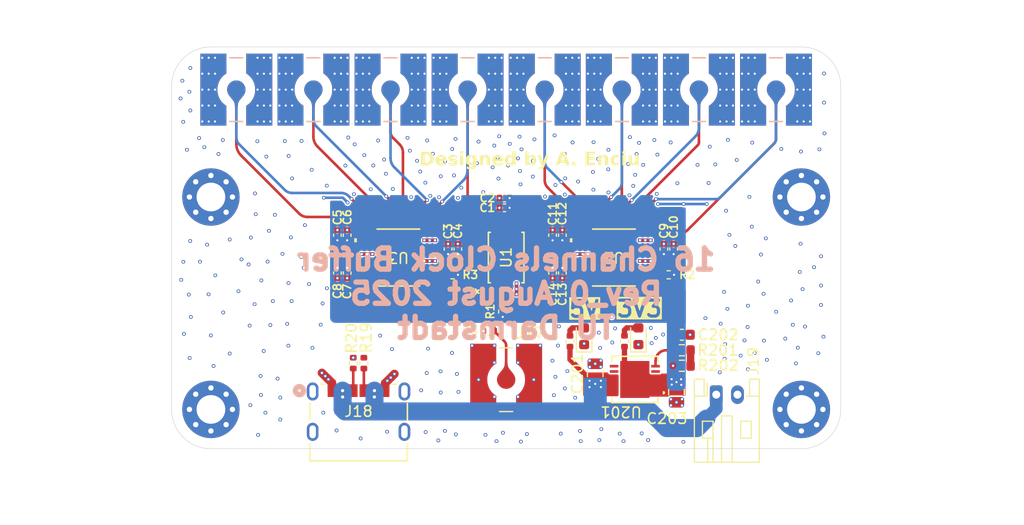
<source format=kicad_pcb>
(kicad_pcb (version 20241229) (generator "pcbnew") (generator_version "9.0")
  (title_block (title "16 Channels Clock Buffer") (date "2025-01-09") (rev "REV 0") (company "TU Darmstadt") (comment 1 "Author: Dr. Alexandru Enciu"))
  (layers (0 "F.Cu" signal) (4 "In1.Cu" signal) (6 "In2.Cu" signal) (2 "B.Cu" signal) (13 "F.Paste" user) (15 "B.Paste" user) (5 "F.SilkS" user "F.Silkscreen") (7 "B.SilkS" user "B.Silkscreen") (1 "F.Mask" user) (3 "B.Mask" user) (25 "Edge.Cuts" user))
  (net 0 "")
  (net 1 "GND")
  (net 2 "+3V3")
  (net 3 "Net-(U1-1G)")
  (net 4 "Net-(U2-1G)")
  (net 5 "Net-(U3-1G)")
  (net 7 "/Clock_In")
  (net 9 "/1-8_0")
  (net 10 "/1-8_1")
  (net 11 "/out_2")
  (net 12 "/out_7")
  (net 13 "/out_4")
  (net 14 "/out_6")
  (net 15 "/out_5")
  (net 16 "/out_8")
  (net 17 "/out_3")
  (net 18 "/out_1")
  (net 19 "/out_11")
  (net 20 "/out_12")
  (net 21 "/out_13")
  (net 22 "/out_14")
  (net 23 "/out_16")
  (net 24 "/out_10")
  (net 25 "/out_15")
  (net 26 "/out_9")
  (net 27 "Net-(U201-SET)")
  (net 31 "Net-(J18-CC2)")
  (net 32 "Net-(J18-CC1)")
  (net 33 "Net-(R201-Pad2)")
  (net 34 "/5V_to_3V3/V_in")
  (net 35 "Net-(D101-A)")
  (net 36 "Net-(D102-A)")
  (footprint "Resistor_SMD:R_0402_1005Metric" (layer "F.Cu") (at 121.3 93.460568 90)
    (property "Reference" "R19")
    (property "Value" "5k1")
  )
  (footprint "Capacitor_SMD:C_0402_1005Metric" (layer "F.Cu") (at 130.15 82.71557 90)
    (property "Reference" "C4")
    (property "Value" "1uF")
  )
  (footprint "LED_SMD:LED_0603_1608Metric" (layer "F.Cu") (at 147.15 90.93 90)
    (property "Reference" "D102" (hide yes))
    (property "Value" "3V3")
  )
  (footprint "Capacitor_SMD:C_0402_1005Metric" (layer "F.Cu") (at 139.99 84.975567 -90)
    (property "Reference" "C13")
    (property "Value" "100nF")
  )
  (footprint "Capacitor_SMD:C_0805_2012Metric" (layer "F.Cu") (at 143.085499 94.47 90)
    (property "Reference" "C201")
    (property "Value" "10uF")
  )
  (footprint "0_lib:LINX_CONMCX002-SMD-T" (layer "F.Cu") (at 131.07 67.710568 180)
    (property "Reference" "J4" (hide yes))
    (property "Value" "Out_4")
  )
  (footprint "0_lib:5PB1108PGGI_REN" (layer "F.Cu") (at 124.551 83.520568 180)
    (property "Reference" "U3")
    (property "Value" "5PB1108PGGI")
  )
  (footprint "0_lib:DFN-12_DF_LIT" (layer "F.Cu") (at 146.8131 95 180)
    (property "Reference" "U201")
    (property "Value" "LT3081EDF-TRPBF")
  )
  (footprint "MountingHole:MountingHole_2.7mm_M2.5_Pad_Via" (layer "F.Cu") (at 106.9 97.820568)
    (property "Reference" "H3" (hide yes))
    (property "Value" "fi_2.6mm")
  )
  (footprint "Capacitor_SMD:C_0402_1005Metric" (layer "F.Cu") (at 150.47 82.71557 90)
    (property "Reference" "C10")
    (property "Value" "1uF")
  )
  (footprint "MountingHole:MountingHole_2.7mm_M2.5_Pad_Via" (layer "F.Cu") (at 162.5 77.820568)
    (property "Reference" "H2" (hide yes))
    (property "Value" "fi_2.6mm")
  )
  (footprint "0_lib:LINX_CONMCX002-SMD-T" (layer "F.Cu") (at 109.29 67.710568 180)
    (property "Reference" "J7" (hide yes))
    (property "Value" "Out_7")
  )
  (footprint "0_lib:LINX_CONMCX002-SMD-T" (layer "F.Cu") (at 152.85 67.710568 180)
    (property "Reference" "J3" (hide yes))
    (property "Value" "Out_3")
  )
  (footprint "Resistor_SMD:R_0402_1005Metric" (layer "F.Cu") (at 134.374999 88.600568 90)
    (property "Reference" "R1")
    (property "Value" "10k")
  )
  (footprint "0_lib:CONN6_USB4125_GCT" (layer "F.Cu") (at 120.8 99.050568)
    (property "Reference" "J18")
    (property "Value" "USB_C_Receptacle_PowerOnly_6P")
  )
  (footprint "Resistor_SMD:R_0402_1005Metric" (layer "F.Cu") (at 150 85.145569 180)
    (property "Reference" "R2")
    (property "Value" "10k")
  )
  (footprint "Capacitor_SMD:C_0402_1005Metric" (layer "F.Cu") (at 134.545001 77.92 180)
    (property "Reference" "C2")
    (property "Value" "1uF")
  )
  (footprint "Resistor_SMD:R_0402_1005Metric" (layer "F.Cu") (at 129.65 85.145569 180)
    (property "Reference" "R3")
    (property "Value" "10k")
  )
  (footprint "Resistor_SMD:R_0603_1608Metric" (layer "F.Cu") (at 151.24 92.25)
    (property "Reference" "R201")
    (property "Value" "40k")
  )
  (footprint "Capacitor_SMD:C_0402_1005Metric" (layer "F.Cu") (at 119.73 81.415567 90)
    (property "Reference" "C6")
    (property "Value" "1uF")
  )
  (footprint "MountingHole:MountingHole_2.7mm_M2.5_Pad_Via" (layer "F.Cu") (at 106.9 77.820568)
    (property "Reference" "H1" (hide yes))
    (property "Value" "fi_2.6mm")
  )
  (footprint "Resistor_SMD:R_0402_1005Metric" (layer "F.Cu") (at 140.71 91.4 90)
    (property "Reference" "R101" (hide yes))
    (property "Value" "5k1")
  )
  (footprint "0_lib:LINX_CONMCX002-SMD-T" (layer "F.Cu") (at 116.55 67.710568 180)
    (property "Reference" "J8" (hide yes))
    (property "Value" "Out_8")
  )
  (footprint "Capacitor_SMD:C_0402_1005Metric" (layer "F.Cu") (at 139.99 81.415567 90)
    (property "Reference" "C12")
    (property "Value" "1uF")
  )
  (footprint "Capacitor_SMD:C_0402_1005Metric" (layer "F.Cu") (at 119.73 84.975567 -90)
    (property "Reference" "C7")
    (property "Value" "100nF")
  )
  (footprint "0_lib:5PB1108PGGI_REN" (layer "F.Cu") (at 144.8489 83.520568 180)
    (property "Reference" "U2")
    (property "Value" "5PB1108PGGI")
  )
  (footprint "Resistor_SMD:R_0603_1608Metric" (layer "F.Cu") (at 151.24 93.71 180)
    (property "Reference" "R202")
    (property "Value" "40k")
  )
  (footprint "Resistor_SMD:R_0402_1005Metric" (layer "F.Cu") (at 133.06 90.440568)
    (property "Reference" "R4")
    (property "Value" "10k")
  )
  (footprint "LED_SMD:LED_0603_1608Metric" (layer "F.Cu") (at 142.04 90.93 90)
    (property "Reference" "D101" (hide yes))
    (property "Value" "5V")
  )
  (footprint "0_lib:LINX_CONMCX002-SMD-T" (layer "F.Cu") (at 134.7 95.020568)
    (property "Reference" "J17")
    (property "Value" "CLK_In")
  )
  (footprint "MountingHole:MountingHole_2.7mm_M2.5_Pad_Via" (layer "F.Cu") (at 162.5 97.820568)
    (property "Reference" "H4" (hide yes))
    (property "Value" "fi_2.6mm")
  )
  (footprint "Capacitor_SMD:C_0402_1005Metric" (layer "F.Cu") (at 139.07 81.415567 90)
    (property "Reference" "C11")
    (property "Value" "100nF")
  )
  (footprint "Capacitor_SMD:C_0402_1005Metric" (layer "F.Cu") (at 118.81 84.975567 -90)
    (property "Reference" "C8")
    (property "Value" "1uF")
  )
  (footprint "Resistor_SMD:R_0402_1005Metric" (layer "F.Cu") (at 120.3 93.460568 90)
    (property "Reference" "R20")
    (property "Value" "5k1")
  )
  (footprint "Capacitor_SMD:C_0402_1005Metric" (layer "F.Cu") (at 134.545001 78.84 180)
    (property "Reference" "C1")
    (property "Value" "100nF")
  )
  (footprint "Capacitor_SMD:C_0402_1005Metric" (layer "F.Cu") (at 139.07 84.975567 -90)
    (property "Reference" "C14")
    (property "Value" "1uF")
  )
  (footprint "0_lib:LINX_CONMCX002-SMD-T" (layer "F.Cu") (at 145.59 67.710568 180)
    (property "Reference" "J2" (hide yes))
    (property "Value" "Out_2")
  )
  (footprint "0_lib:5PB1102PGGI" (layer "F.Cu") (at 134.7 83.520568 90)
    (property "Reference" "U1")
    (property "Value" "5PB1102PGGI")
  )
  (footprint "Connector_JST:JST_PH_S2B-PH-K_1x02_P2.00mm_Horizontal" (layer "F.Cu") (at 154.48 96.43)
    (property "Reference" "J19")
    (property "Value" "Soldarable pads")
  )
  (footprint "Capacitor_SMD:C_0402_1005Metric" (layer "F.Cu") (at 149.55 82.71557 90)
    (property "Reference" "C9")
    (property "Value" "100nF")
  )
  (footprint "0_lib:LINX_CONMCX002-SMD-T" (layer "F.Cu") (at 138.33 67.710568 180)
    (property "Reference" "J1" (hide yes))
    (property "Value" "Out_1")
  )
  (footprint "Capacitor_SMD:C_0805_2012Metric" (layer "F.Cu") (at 150.735499 96.2 -90)
    (property "Reference" "C203")
    (property "Value" "10uF")
  )
  (footprint "Resistor_SMD:R_0402_1005Metric" (layer "F.Cu") (at 145.84 91.4 90)
    (property "Reference" "R102" (hide yes))
    (property "Value" "5k1")
  )
  (footprint "Capacitor_SMD:C_0402_1005Metric" (layer "F.Cu") (at 118.81 81.415567 90)
    (property "Reference" "C5")
    (property "Value" "100nF")
  )
  (footprint "0_lib:LINX_CONMCX002-SMD-T" (layer "F.Cu") (at 160.11 67.710568 180)
    (property "Reference" "J16" (hide yes))
    (property "Value" "Out_16")
  )
  (footprint "Capacitor_SMD:C_0603_1608Metric" (layer "F.Cu") (at 151.24 90.79)
    (property "Reference" "C202")
    (property "Value" "10p")
  )
  (footprint "0_lib:LINX_CONMCX002-SMD-T" (layer "F.Cu") (at 123.81 67.710568 180)
    (property "Reference" "J5" (hide yes))
    (property "Value" "Out_5")
  )
  (footprint "Capacitor_SMD:C_0402_1005Metric" (layer "F.Cu") (at 129.23 82.71557 90)
    (property "Reference" "C3")
    (property "Value" "100nF")
  )
  (footprint "0_lib:LINX_CONMCX002-SMD-T" (layer "B.Cu") (at 160.11 67.710568)
    (property "Reference" "J9" (hide yes))
    (property "Value" "Out_9")
  )
  (footprint "0_lib:LINX_CONMCX002-SMD-T" (layer "B.Cu") (at 145.59 67.710568)
    (property "Reference" "J12" (hide yes))
    (property "Value" "Out_12")
  )
  (footprint "0_lib:LINX_CONMCX002-SMD-T" (layer "B.Cu") (at 116.55 67.710568)
    (property "Reference" "J14" (hide yes))
    (property "Value" "Out_14")
  )
  (footprint "0_lib:LINX_CONMCX002-SMD-T" (layer "B.Cu") (at 152.85 67.710568)
    (property "Reference" "J13" (hide yes))
    (property "Value" "Out_13")
  )
  (footprint "0_lib:LINX_CONMCX002-SMD-T" (layer "B.Cu") (at 123.81 67.710568)
    (property "Reference" "J10" (hide yes))
    (property "Value" "Out_10")
  )
  (footprint "0_lib:LINX_CONMCX002-SMD-T" (layer "B.Cu") (at 138.33 67.710568)
    (property "Reference" "J6" (hide yes))
    (property "Value" "Out_6")
  )
  (footprint "0_lib:LINX_CONMCX002-SMD-T" (layer "B.Cu") (at 131.07 67.710568)
    (property "Reference" "J11" (hide yes))
    (property "Value" "Out_11")
  )
  (footprint "0_lib:LINX_CONMCX002-SMD-T" (layer "B.Cu") (at 109.29 67.710568)
    (property "Reference" "J15" (hide yes))
    (property "Value" "Out_15")
  )
  (gr_rect (start 142.11 94.945) (end 144.07 97.655) (stroke (width 0.2)) (fill yes) (layer "B.Cu") (net 34))
  (gr_line (start 103.2 97.820568) (end 103.2 67.390568) (stroke (width 0.05)) (layer "Edge.Cuts"))
  (gr_line (start 166.2 67.390568) (end 166.2 97.820568) (stroke (width 0.05)) (layer "Edge.Cuts"))
  (gr_arc (start 106.9 101.520568) (mid 104.283705 100.436863) (end 103.2 97.820568) (stroke (width 0.05)) (layer "Edge.Cuts"))
  (gr_line (start 162.5 101.520568) (end 106.9 101.520568) (stroke (width 0.05)) (layer "Edge.Cuts"))
  (gr_line (start 106.9 63.690568) (end 162.5 63.690568) (stroke (width 0.05)) (layer "Edge.Cuts"))
  (gr_arc (start 166.2 97.820568) (mid 165.116295 100.436863) (end 162.5 101.520568) (stroke (width 0.05)) (layer "Edge.Cuts"))
  (gr_arc (start 103.2 67.390568) (mid 104.283705 64.774273) (end 106.9 63.690568) (stroke (width 0.05)) (layer "Edge.Cuts"))
  (gr_arc (start 162.5 63.690568) (mid 165.116295 64.774273) (end 166.2 67.390568) (stroke (width 0.05)) (layer "Edge.Cuts"))
  (gr_text "5V" (at 140.47 89.26 0) (layer "F.SilkS" knockout) (effects (font (size 1.5 1.5) (thickness 0.3) (bold yes)) (justify left bottom)))
  (gr_text "Designed by A. Enciu" (at 126.53 75.050568 0) (layer "F.SilkS") (effects (font (size 1.25 1.25) (thickness 0.15) (bold yes) (italic yes)) (justify left bottom)))
  (gr_text "3V3" (at 144.99 89.23 0) (layer "F.SilkS" knockout) (effects (font (size 1.5 1.5) (thickness 0.3) (bold yes)) (justify left bottom)))
  (gr_text "16 Channels Clock Buffer\nRev_0 August 2025\nTU Darmstadt" (at 134.7 91.320568 0) (layer "B.SilkS") (effects (font (size 2 2) (thickness 0.5) (bold yes)) (justify bottom mirror)))
  (segment (start 118.300005 95.320573) (end 118.300005 96.050767) (width 0.8) (layer "F.Cu") (net 1))
  (segment (start 117.35 94.380568) (end 117.94 94.970568) (width 0.8) (layer "F.Cu") (net 1))
  (segment (start 123.299995 96.050767) (end 123.299995 95.360573) (width 0.8) (layer "F.Cu") (net 1))
  (segment (start 117.94 94.970568) (end 117.95 94.970568) (width 0.8) (layer "F.Cu") (net 1))
  (segment (start 117.95 94.970568) (end 118.300005 95.320573) (width 0.8) (layer "F.Cu") (net 1))
  (segment (start 123.299995 95.360573) (end 124.18 94.480568) (width 0.8) (layer "F.Cu") (net 1))
  (via (at 142.93 72.660568) (size 0.35) (drill 0.2) (layers "F.Cu" "B.Cu") (net 1))
  (via (at 148.19 70.710568) (size 0.35) (drill 0.2) (layers "F.Cu" "B.Cu") (net 1))
  (via (at 130.16 77.900568) (size 0.35) (drill 0.2) (layers "F.Cu" "B.Cu") (net 1))
  (via (at 106.69 66.210568) (size 0.35) (drill 0.2) (layers "F.Cu" "B.Cu") (net 1))
  (via (at 127.500948 83.845569) (size 0.35) (drill 0.2) (layers "F.Cu" "B.Cu") (net 1))
  (via (at 127.22 94.390568) (size 0.35) (drill 0.2) (layers "F.Cu" "B.Cu") (net 1))
  (via (at 164.63 66.190568) (size 0.35) (drill 0.2) (layers "F.Cu" "B.Cu") (net 1))
  (via (at 124.026825 77.065551) (size 0.35) (drill 0.2) (layers "F.Cu" "B.Cu") (net 1))
  (via (at 159.15 81.710568) (size 0.35) (drill 0.2) (layers "F.Cu" "B.Cu") (net 1))
  (via (at 164.194071 73.330518) (size 0.35) (drill 0.2) (layers "F.Cu" "B.Cu") (net 1))
  (via (at 140.33 64.710568) (size 0.35) (drill 0.2) (layers "F.Cu" "B.Cu") (net 1))
  (via (at 158.11 67.710568) (size 0.35) (drill 0.2) (layers "F.Cu" "B.Cu") (net 1))
  (via (at 135.674999 86.473318) (size 0.35) (drill 0.2) (layers "F.Cu" "B.Cu") (net 1))
  (via (at 143.085499 93.52) (size 0.35) (drill 0.2) (layers "F.Cu" "B.Cu") (net 1))
  (via (at 112.11882 74.015593) (size 0.35) (drill 0.2) (layers "F.Cu" "B.Cu") (net 1))
  (via (at 162.11 64.710568) (size 0.35) (drill 0.2) (layers "F.Cu" "B.Cu") (net 1))
  (via (at 120.3 92.950568) (size 0.35) (drill 0.2) (layers "F.Cu" "B.Cu") (net 1))
  (via (at 142.99 64.710568) (size 0.35) (drill 0.2) (layers "F.Cu" "B.Cu") (net 1))
  (via (at 126.7 96.020568) (size 0.35) (drill 0.2) (layers "F.Cu" "B.Cu") (net 1))
  (via (at 121.21 64.710568) (size 0.35) (drill 0.2) (layers "F.Cu" "B.Cu") (net 1))
  (via (at 104.3 83.920568) (size 0.35) (drill 0.2) (layers "F.Cu" "B.Cu") (net 1))
  (via (at 148.79 70.710568) (size 0.35) (drill 0.2) (layers "F.Cu" "B.Cu") (net 1))
  (via (at 131.49 91.810568) (size 0.35) (drill 0.2) (layers "F.Cu" "B.Cu") (net 1))
  (via (at 163.31 69.210568) (size 0.35) (drill 0.2) (layers "F.Cu" "B.Cu") (net 1))
  (via (at 129.07 64.710568) (size 0.35) (drill 0.2) (layers "F.Cu" "B.Cu") (net 1))
  (via (at 118.81 85.455567) (size 0.35) (drill 0.2) (layers "F.Cu" "B.Cu") (net 1))
  (via (at 145.393713 100.101727) (size 0.35) (drill 0.2) (layers "F.Cu" "B.Cu") (net 1))
  (via (at 115.41 83.460568) (size 0.35) (drill 0.2) (layers "F.Cu" "B.Cu") (net 1))
  (via (at 162.16 92.010568) (size 0.35) (drill 0.2) (layers "F.Cu" "B.Cu") (net 1))
  (via (at 124.18 94.480568) (size 0.35) (drill 0.2) (layers "F.Cu" "B.Cu") (net 1))
  (via (at 150.85 69.210568) (size 0.35) (drill 0.2) (layers "F.Cu" "B.Cu") (net 1))
  (via (at 143.42 90.59) (size 0.35) (drill 0.2) (layers "F.Cu" "B.Cu") (net 1))
  (via (at 156.91 66.210568) (size 0.35) (drill 0.2) (layers "F.Cu" "B.Cu") (net 1))
  (via (at 110.61 97.420568) (size 0.35) (drill 0.2) (layers "F.Cu" "B.Cu") (net 1))
  (via (at 149.65 69.210568) (size 0.35) (drill 0.2) (layers "F.Cu" "B.Cu") (net 1))
  (via (at 123.49 99.920568) (size 0.35) (drill 0.2) (layers "F.Cu" "B.Cu") (net 1))
  (via (at 157.51 70.710568) (size 0.35) (drill 0.2) (layers "F.Cu" "B.Cu") (net 1))
  (via (at 141.2 96.72) (size 0.35) (drill 0.2) (layers "F.Cu" "B.Cu") (net 1))
  (via (at 129.79 75.790568) (size 0.35) (drill 0.2) (layers "F.Cu" "B.Cu") (net 1))
  (via (at 114.20543 85.923182) (size 0.35) (drill 0.2) (layers "F.Cu" "B.Cu") (net 1))
  (via (at 149.65 66.210568) (size 0.35) (drill 0.2) (layers "F.Cu" "B.Cu") (net 1))
  (via (at 139.99 85.455567) (size 0.35) (drill 0.2) (layers "F.Cu" "B.Cu") (net 1))
  (via (at 126.41 70.710568) (size 0.35) (drill 0.2) (layers "F.Cu" "B.Cu") (net 1))
  (via (at 106.54 82.310568) (size 0.35) (drill 0.2) (layers "F.Cu" "B.Cu") (net 1))
  (via (at 158.935813 86.935217) (size 0.35) (drill 0.2) (layers "F.Cu" "B.Cu") (net 1))
  (via (at 155.72 81.380568) (size 0.35) (drill 0.2) (layers "F.Cu" "B.Cu") (net 1))
  (via (at 111.12 79.440568) (size 0.35) (drill 0.2) (layers "F.Cu" "B.Cu") (net 1))
  (via (at 111.29 67.710568) (size 0.35) (drill 0.2) (layers "F.Cu" "B.Cu") (net 1))
  (via (at 160.605101 73.288786) (size 0.35) (drill 0.2) (layers "F.Cu" "B.Cu") (net 1))
  (via (at 112.37 81.000568) (size 0.35) (drill 0.2) (layers "F.Cu" "B.Cu") (net 1))
  (via (at 106.89 90.850568) (size 0.35) (drill 0.2) (layers "F.Cu" "B.Cu") (net 1))
  (via (at 104.96 69.670568) (size 0.35) (drill 0.2) (layers "F.Cu" "B.Cu") (net 1))
  (via (at 113.86 72.550568) (size 0.35) (drill 0.2) (layers "F.Cu" "B.Cu") (net 1))
  (via (at 160.98 91.150568) (size 0.35) (drill 0.2) (layers "F.Cu" "B.Cu") (net 1))
  (via (at 127.87 69.210568) (size 0.35) (drill 0.2) (layers "F.Cu" "B.Cu") (net 1))
  (via (at 155.45 67.710568) (size 0.35) (drill 0.2) (layers "F.Cu" "B.Cu") (net 1))
  (via (at 122.101052 83.195567) (size 0.35) (drill 0.2) (layers "F.Cu" "B.Cu") (net 1))
  (via (at 139.99 80.93) (size 0.35) (drill 0.2) (layers "F.Cu" "B.Cu") (net 1))
  (via (at 133.07 66.210568) (size 0.35) (drill 0.2) (layers "F.Cu" "B.Cu") (net 1))
  (via (at 164.34 87.980568) (size 0.35) (drill 0.2) (layers "F.Cu" "B.Cu") (net 1))
  (via (at 150.85 64.710568) (size 0.35) (drill 0.2) (layers "F.Cu" "B.Cu") (net 1))
  (via (at 139.34 76.690568) (size 0.35) (drill 0.2) (layers "F.Cu" "B.Cu") (net 1))
  (via (at 116.389415 75.253649) (size 0.35) (drill 0.2) (layers "F.Cu" "B.Cu") (net 1))
  (via (at 111.89 66.210568) (size 0.35) (drill 0.2) (layers "F.Cu" "B.Cu") (net 1))
  (via (at 113.95 66.210568) (size 0.35) (drill 0.2) (layers "F.Cu" "B.Cu") (net 1))
  (via (at 147.15 91.7175) (size 0.35) (drill 0.2) (layers "F.Cu" "B.Cu") (net 1))
  (via (at 133.67 66.210568) (size 0.35) (drill 0.2) (layers "F.Cu" "B.Cu") (net 1))
  (via (at 121.81 69.210568) (size 0.35) (drill 0.2) (layers "F.Cu" "B.Cu") (net 1))
  (via (at 142.398952 83.195567) (size 0.35) (drill 0.2) (layers "F.Cu" "B.Cu") (net 1))
  (via (at 113.95 64.710568) (size 0.35) (drill 0.2) (layers "F.Cu" "B.Cu") (net 1))
  (via (at 130.06 94.480568) (size 0.35) (drill 0.2) (layers "F.Cu" "B.Cu") (net 1))
  (via (at 162.71 70.710568) (size 0.35) (drill 0.2) (layers "F.Cu" "B.Cu") (net 1))
  (via (at 143.61 93.22) (size 0.35) (drill 0.2) (layers "F.Cu" "B.Cu") (net 1))
  (via (at 143.59 69.210568) (size 0.35) (drill 0.2) (layers "F.Cu" "B.Cu") (net 1))
  (via (at 135.73 66.210568) (size 0.35) (drill 0.2) (layers "F.Cu" "B.Cu") (net 1))
  (via (at 127 81.900568) (size 0.35) (drill 0.2) (layers "F.Cu" "B.Cu") (net 1))
  (via (at 120.437439 72.861003) (size 0.35) (drill 0.2) (layers "F.Cu" "B.Cu") (net 1))
  (via (at 128.47 66.210568) (size 0.35) (drill 0.2) (layers "F.Cu" "B.Cu") (net 1))
  (via (at 147.21 72.720568) (size 0.35) (drill 0.2) (layers "F.Cu" "B.Cu") (net 1))
  (via (at 140.93 70.710568) (size 0.35) (drill 0.2) (layers "F.Cu" "B.Cu") (net 1))
  (via (at 143.59 70.710568) (size 0.35) (drill 0.2) (layers "F.Cu" "B.Cu") (net 1))
  (via (at 136.33 70.710568) (size 0.35) (drill 0.2) (layers "F.Cu" "B.Cu") (net 1))
  (via (at 134.27 67.710568) (size 0.35) (drill 0.2) (layers "F.Cu" "B.Cu") (net 1))
  (via (at 135.13 64.710568) (size 0.35) (drill 0.2) (layers "F.Cu" "B.Cu") (net 1))
  (via (at 126.41 64.710568) (size 0.35) (drill 0.2) (layers "F.Cu" "B.Cu") (net 1))
  (via (at 134.27 64.710568) (size 0.35) (drill 0.2) (layers "F.Cu" "B.Cu") (net 1))
  (via (at 108.67 92.560568) (size 0.35) (drill 0.2) (layers "F.Cu" "B.Cu") (net 1))
  (via (at 148.65 72.450568) (size 0.35) (drill 0.2) (layers "F.Cu" "B.Cu") (net 1))
  (via (at 107.29 66.210568) (size 0.35) (drill 0.2) (layers "F.Cu" "B.Cu") (net 1))
  (via (at 117.67 94.680568) (size 0.35) (drill 0.2) (layers "F.Cu" "B.Cu") (net 1))
  (via (at 153.46 89.23) (size 0.35) (drill 0.2) (layers "F.Cu" "B.Cu") (net 1))
  (via (at 164.673991 71.828159) (size 0.35) (drill 0.2) (layers "F.Cu" "B.Cu") (net 1))
  (via (at 148.064574 100.706844) (size 0.35) (drill 0.2) (layers "F.Cu" "B.Cu") (net 1))
  (via (at 144.329739 77.39364) (size 0.35) (drill 0.2) (layers "F.Cu" "B.Cu") (net 1))
  (via (at 121.21 69.210568) (size 0.35) (drill 0.2) (layers "F.Cu" "B.Cu") (net 1))
  (via (at 107.29 70.710568) (size 0.35) (drill 0.2) (layers "F.Cu" "B.Cu") (net 1))
  (via (at 137.21 74.43) (size 0.35) (drill 0.2) (layers "F.Cu" "B.Cu") (net 1))
  (via (at 127.346898 92.100015) (size 0.35) (drill 0.2) (layers "F.Cu" "B.Cu") (net 1))
  (via (at 157.83 80.610568) (size 0.35) (drill 0.2) (layers "F.Cu" "B.Cu") (net 1))
  (via (at 164.35 83.400568) (size 0.35) (drill 0.2) (layers "F.Cu" "B.Cu") (net 1))
  (via (at 131.95 74.64) (size 0.35) (drill 0.2) (layers "F.Cu" "B.Cu") (net 1))
  (via (at 119.56 74.860568) (size 0.35) (drill 0.2) (layers "F.Cu" "B.Cu") (net 1))
  (via (at 107.29 64.710568) (size 0.35) (drill 0.2) (layers "F.Cu" "B.Cu") (net 1))
  (via (at 164.35 86.150568) (size 0.35) (drill 0.2) (layers "F.Cu" "B.Cu") (net 1))
  (via (at 127.556723 77.708128) (size 0.35) (drill 0.2) (layers "F.Cu" "B.Cu") (net 1))
  (via (at 120.368206 77.553281) (size 0.35) (drill 0.2) (layers "F.Cu" "B.Cu") (net 1))
  (via (at 136 75.37) (size 0.35) (drill 0.2) (layers "F.Cu" "B.Cu") (net 1))
  (via (at 137.21 75.900568) (size 0.35) (drill 0.2) (layers "F.Cu" "B.Cu") (net 1))
  (via (at 125.81 64.710568) (size 0.35) (drill 0.2) (layers "F.Cu" "B.Cu") (net 1))
  (via (at 132.1 72.600568) (size 0.35) (drill 0.2) (layers "F.Cu" "B.Cu") (net 1))
  (via (at 120.61 64.710568) (size 0.35) (drill 0.2) (layers "F.Cu" "B.Cu") (net 1))
  (via (at 135.13 66.210568) (size 0.35) (drill 0.2) (layers "F.Cu" "B.Cu") (net 1))
  (via (at 154.9 89.75) (size 0.35) (drill 0.2) (layers "F.Cu" "B.Cu") (net 1))
  (via (at 128.95 74.47) (size 0.35) (drill 0.2) (layers "F.Cu" "B.Cu") (net 1))
  (via (at 140.95 72.680568) (size 0.35) (drill 0.2) (layers "F.Cu" "B.Cu") (net 1))
  (via (at 139.07 80.93) (size 0.35) (drill 0.2) (layers "F.Cu" "B.Cu") (net 1))
  (via (at 134.397277 100.018262) (size 0.35) (drill 0.2) (layers "F.Cu" "B.Cu") (net 1))
  (via (at 104.106237 85.617146) (size 0.35) (drill 0.2) (layers "F.Cu" "B.Cu") (net 1))
  (via (at 114.19 91.820568) (size 0.35) (drill 0.2) (layers "F.Cu" "B.Cu") (net 1))
  (via (at 143.59 67.710568) (size 0.35) (drill 0.2) (layers "F.Cu" "B.Cu") (net 1))
  (via (at 153.76102 76.502166) (size 0.35) (drill 0.2) (layers "F.Cu" "B.Cu") (net 1))
  (via (at 147.798848 81.89557) (size 0.35) (drill 0.2) (layers "F.Cu" "B.Cu") (net 1))
  (via (at 155.41 79.110568) (size 0.35) (drill 0.2) (layers "F.Cu" "B.Cu") (net 1))
  (via (at 135.674999 86.973318) (size 0.35) (drill 0.2) (layers "F.Cu" "B.Cu") (net 1))
  (via (at 156.78 92.76) (size 0.35) (drill 0.2) (layers "F.Cu" "B.Cu") (net 1))
  (via (at 129.6 92.500568) (size 0.35) (drill 0.2) (layers "F.Cu" "B.Cu") (net 1))
  (via (at 112.49 66.210568) (size 0.35) (drill 0.2) (layers "F.Cu" "B.Cu") (net 1))
  (via (at 150.25 67.710568) (size 0.35) (drill 0.2) (layers "F.Cu" "B.Cu") (net 1))
  (via (at 117.23797 89.846009) (size 0.35) (drill 0.2) (layers "F.Cu" "B.Cu") (net 1))
  (via (at 120.61 69.210568) (size 0.35) (drill 0.2) (layers "F.Cu" "B.Cu") (net 1))
  (via (at 140.33 66.210568) (size 0.35) (drill 0.2) (layers "F.Cu" "B.Cu") (net 1))
  (via (at 125.81 66.210568) (size 0.35) (drill 0.2) (layers "F.Cu" "B.Cu") (net 1))
  (via (at 157.6 77.800568) (size 0.35) (drill 0.2) (layers "F.Cu" "B.Cu") (net 1))
  (via (at 136.33 69.210568) (size 0.35) (drill 0.2) (layers "F.Cu" "B.Cu") (net 1))
  (via (at 113.64 83.170568) (size 0.35) (drill 0.2) (layers "F.Cu" "B.Cu") (net 1))
  (via (at 157.51 67.710568) (size 0.35) (drill 0.2) (layers "F.Cu" "B.Cu") (net 1))
  (via (at 143.37 74.230568) (size 0.35) (drill 0.2) (layers "F.Cu" "B.Cu") (net 1))
  (via (at 156.05 67.710568) (size 0.35) (drill 0.2) (layers "F.Cu" "B.Cu") (net 1))
  (via (at 108.056885 88.691418) (size 0.35) (drill 0.2) (layers "F.Cu" "B.Cu") (net 1))
  (via (at 104.815684 87.008219) (size 0.35) (drill 0.2) (layers "F.Cu" "B.Cu") (net 1))
  (via (at 154.808246 94.331133) (size 0.35) (drill 0.2) (layers "F.Cu" "B.Cu") (net 1))
  (via (at 125.81 70.710568) (size 0.35) (drill 0.2) (layers "F.Cu" "B.Cu") (net 1))
  (via (at 133.67 67.710568) (size 0.35) (drill 0.2) (layers "F.Cu" "B.Cu") (net 1))
  (via (at 146.353554 72.182883) (size 0.35) (drill 0.2) (layers "F.Cu" "B.Cu") (net 1))
  (via (at 125.81 69.210568) (size 0.35) (drill 0.2) (layers "F.Cu" "B.Cu") (net 1))
  (via (at 126.41 69.210568) (size 0.35) (drill 0.2) (layers "F.Cu" "B.Cu") (net 1))
  (via (at 108.02 72.460568) (size 0.35) (drill 0.2) (layers "F.Cu" "B.Cu") (net 1))
  (via (at 156.411015 74.332091) (size 0.35) (drill 0.2) (layers "F.Cu" "B.Cu") (net 1))
  (via (at 128.37938 77.843699) (size 0.35) (drill 0.2) (layers "F.Cu" "B.Cu") (net 1))
  (via (at 112.925642 79.496423) (size 0.35) (drill 0.2) (layers "F.Cu" "B.Cu") (net 1))
  (via (at 150.47 82.23557) (size 0.35) (drill 0.2) (layers "F.Cu" "B.Cu") (net 1))
  (via (at 121.101052 83.195567) (size 0.35) (drill 0.2) (layers "F.Cu" "B.Cu") (net 1))
  (via (at 127.01 67.710568) (size 0.35) (drill 0.2) (layers "F.Cu" "B.Cu") (net 1))
  (via (at 162.71 69.210568) (size 0.35) (drill 0.2) (layers "F.Cu" "B.Cu") (net 1))
  (via (at 121.21 70.710568) (size 0.35) (drill 0.2) (layers "F.Cu" "B.Cu") (net 1))
  (via (at 134.27 70.710568) (size 0.35) (drill 0.2) (layers "F.Cu" "B.Cu") (net 1))
  (via (at 158.11 70.710568) (size 0.35) (drill 0.2) (layers "F.Cu" "B.Cu") (net 1))
  (via (at 119.75 69.210568) (size 0.35) (drill 0.2) (layers "F.Cu" "B.Cu") (net 1))
  (via (at 142.57 93.82) (size 0.35) (drill 0.2) (layers "F.Cu" "B.Cu") (net 1))
  (via (at 111.87 92.320568) (size 0.35) (drill 0.2) (layers "F.Cu" "B.Cu") (net 1))
  (via (at 119.15 69.210568) (size 0.35) (drill 0.2) (layers "F.Cu" "B.Cu") (net 1))
  (via (at 128.31 100.740568) (size 0.35) (drill 0.2) (layers "F.Cu" "B.Cu") (net 1))
  (via (at 128.47 67.710568) (size 0.35) (drill 0.2) (layers "F.Cu" "B.Cu") (net 1))
  (via (at 134.89 74.85) (size 0.35) (drill 0.2) (layers "F.Cu" "B.Cu") (net 1))
  (via (at 119.75 67.710568) (size 0.35) (drill 0.2) (layers "F.Cu" "B.Cu") (net 1))
  (via (at 126.61 75.420568) (size 0.35) (drill 0.2) (layers "F.Cu" "B.Cu") (net 1))
  (via (at 142.39 64.710568) (size 0.35) (drill 0.2) (layers "F.Cu" "B.Cu") (net 1))
  (via (at 157.51 64.710568) (size 0.35) (drill 0.2) (layers "F.Cu" "B.Cu") (net 1))
  (via (at 148.19 67.710568) (size 0.35) (drill 0.2) (layers "F.Cu" "B.Cu") (net 1))
  (via (at 135.81 93.410568) (size 0.35) (drill 0.2) (layers "F.Cu" "B.Cu") (net 1))
  (via (at 147.59 67.710568) (size 0.35) (drill 0.2) (layers "F.Cu" "B.Cu") (net 1))
  (via (at 115.64 84.480568) (size 0.35) (drill 0.2) (layers "F.Cu" "B.Cu") (net 1))
  (via (at 135.73 69.210568) (size 0.35) (drill 0.2) (layers "F.Cu" "B.Cu") (net 1))
  (via (at 129.07 67.710568) (size 0.35) (drill 0.2) (layers "F.Cu" "B.Cu") (net 1))
  (via (at 136.0457 76.627362) (size 0.35) (drill 0.2) (layers "F.Cu" "B.Cu") (net 1))
  (via (at 113.95 67.710568) (size 0.35) (drill 0.2) (layers "F.Cu" "B.Cu") (net 1))
  (via (at 139.576684 91.811906) (size 0.35) (drill 0.2) (layers "F.Cu" "B.Cu") (net 1))
  (via (at 118.81 80.93) (size 0.35) (drill 0.2) (layers "F.Cu" "B.Cu") (net 1))
  (via (at 123.51 95.120568) (size 0.35) (drill 0.2) (layers "F.Cu" "B.Cu") (net 1))
  (via (at 163.31 67.710568) (size 0.35) (drill 0.2) (layers "F.Cu" "B.Cu") (net 1))
  (via (at 148.94 73.830568) (size 0.35) (drill 0.2) (layers "F.Cu" "B.Cu") (net 1))
  (via (at 135.13 67.710568) (size 0.35) (drill 0.2) (layers "F.Cu" "B.Cu") (net 1))
  (via (at 130.21 96.170568) (size 0.35) (drill 0.2) (layers "F.Cu" "B.Cu") (net 1))
  (via (at 153.592822 78.480805) (size 0.35) (drill 0.2) (layers "F.Cu" "B.Cu") (net 1))
  (via (at 148.32 90.15) (size 0.35) (drill 0.2) (layers "F.Cu" "B.Cu") (net 1))
  (via (at 144.65 89.1) (size 0.35) (drill 0.2) (layers "F.Cu" "B.Cu") (net 1))
  (via (at 111.645855 85.672789) (size 0.35) (drill 0.2) (layers "F.Cu" "B.Cu") (net 1))
  (via (at 118.55 69.210568) (size 0.35) (drill 0.2) (layers "F.Cu" "B.Cu") (net 1))
  (via (at 112.23984 83.899637) (size 0.35) (drill 0.2) (layers "F.Cu" "B.Cu") (net 1))
  (via (at 150.21 97.44) (size 0.35) (drill 0.2) (layers "F.Cu" "B.Cu") (net 1))
  (via (at 120.61 66.210568) (size 0.35) (drill 0.2) (layers "F.Cu" "B.Cu") (net 1))
  (via (at 157.47 94.04) (size 0.35) (drill 0.2) (layers "F.Cu" "B.Cu") (net 1))
  (via (at 153.87 73.080568) (size 0.35) (drill 0.2) (layers "F.Cu" "B.Cu") (net 1))
  (via (at 133.07 70.710568) (size 0.35) (drill 0.2) (layers "F.Cu" "B.Cu") (net 1))
  (via (at 147.59 70.710568) (size 0.35) (drill 0.2) (layers "F.Cu" "B.Cu") (net 1))
  (via (at 129.07 66.210568) (size 0.35) (drill 0.2) (layers "F.Cu" "B.Cu") (net 1))
  (via (at 152.717715 74.791145) (size 0.35) (drill 0.2) (layers "F.Cu" "B.Cu") (net 1))
  (via (at 120.61 70.710568) (size 0.35) (drill 0.2) (layers "F.Cu" "B.Cu") (net 1))
  (via (at 104.96 65.670568) (size 0.35) (drill 0.2) (layers "F.Cu" "B.Cu") (net 1))
  (via (at 123.372604 75.629239) (size 0.35) (drill 0.2) (layers "F.Cu" "B.Cu") (net 1))
  (via (at 106.69 67.710568) (size 0.35) (drill 0.2) (layers "F.Cu" "B.Cu") (net 1))
  (via (at 112.49 70.710568) (size 0.35) (drill 0.2) (layers "F.Cu" "B.Cu") (net 1))
  (via (at 150.25 66.210568) (size 0.35) (drill 0.2) (layers "F.Cu" "B.Cu") (net 1))
  (via (at 138.361837 77.774998) (size 0.35) (drill 0.2) (layers "F.Cu" "B.Cu") (net 1))
  (via (at 114.55 70.710568) (size 0.35) (drill 0.2) (layers "F.Cu" "B.Cu") (net 1))
  (via (at 162.11 70.710568) (size 0.35) (drill 0.2) (layers "F.Cu" "B.Cu") (net 1))
  (via (at 136.65 100.140568) (size 0.35) (drill 0.2) (layers "F.Cu" "B.Cu") (net 1))
  (via (at 162.11 67.710568) (size 0.35) (drill 0.2) (layers "F.Cu" "B.Cu") (net 1))
  (via (at 114.43 81.620568) (size 0.35) (drill 0.2) (layers "F.Cu" "B.Cu") (net 1))
  (via (at 158.69 83.240568) (size 0.35) (drill 0.2) (layers "F.Cu" "B.Cu") (net 1))
  (via (at 154.85 67.710568) (size 0.35) (drill 0.2) (layers "F.Cu" "B.Cu") (net 1))
  (via (at 127.12 99.950568) (size 0.35) (drill 0.2) (layers "F.Cu" "B.Cu") (net 1))
  (via (at 142.99 70.710568) (size 0.35) (drill 0.2) (layers "F.Cu" "B.Cu") (net 1))
  (via (at 112.49 69.210568) (size 0.35) (drill 0.2) (layers "F.Cu" "B.Cu") (net 1))
  (via (at 129.93 72.350568) (size 0.35) (drill 0.2) (layers "F.Cu" "B.Cu") (net 1))
  (via (at 114.55 76.070568) (size 0.35) (drill 0.2) (layers "F.Cu" "B.Cu") (net 1))
  (via (at 119.75 64.710568) (size 0.35) (drill 0.2) (layers "F.Cu" "B.Cu") (net 1))
  (via (at 133.07 64.710568) (size 0.35) (drill 0.2) (layers "F.Cu" "B.Cu") (net 1))
  (via (at 142.99 66.210568) (size 0.35) (drill 0.2) (layers "F.Cu" "B.Cu") (net 1))
  (via (at 150.21 96.86) (size 0.35) (drill 0.2) (layers "F.Cu" "B.Cu") (net 1))
  (via (at 114.55 67.710568) (size 0.35) (drill 0.2) (layers "F.Cu" "B.Cu") (net 1))
  (via (at 127.01 66.210568) (size 0.35) (drill 0.2) (layers "F.Cu" "B.Cu") (net 1))
  (via (at 132.54 77.360568) (size 0.35) (drill 0.2) (layers "F.Cu" "B.Cu") (net 1))
  (via (at 161.98 93.490568) (size 0.35) (drill 0.2) (layers "F.Cu" "B.Cu") (net 1))
  (via (at 118.73 99.800568) (size 0.35) (drill 0.2) (layers "F.Cu" "B.Cu") (net 1))
  (via (at 104.95 81.960568) (size 0.35) (drill 0.2) (layers "F.Cu" "B.Cu") (net 1))
  (via (at 129.07 69.210568) (size 0.35) (drill 0.2) (layers "F.Cu" "B.Cu") (net 1))
  (via (at 148.877273 77.526572) (size 0.35) (drill 0.2) (layers "F.Cu" "B.Cu") (net 1))
  (via (at 135.81 96.630568) (size 0.35) (drill 0.2) (layers "F.Cu" "B.Cu") (net 1))
  (via (at 135.96 72.140568) (size 0.35) (drill 0.2) (layers "F.Cu" "B.Cu") (net 1))
  (via (at 105.79 72.270568) (size 0.35) (drill 0.2) (layers "F.Cu" "B.Cu") (net 1))
  (via (at 163.31 64.710568) (size 0.35) (drill 0.2) (layers "F.Cu" "B.Cu") (net 1))
  (via (at 157.46 88.060568) (size 0.35) (drill 0.2) (layers "F.Cu" "B.Cu") (net 1))
  (via (at 123.83 94.820568) (size 0.35) (drill 0.2) (layers "F.Cu" "B.Cu") (net 1))
  (via (at 151.38 100.870568) (size 0.35) (drill 0.2) (layers "F.Cu" "B.Cu") (net 1))
  (via (at 141.53 70.710568) (size 0.35) (drill 0.2) (layers "F.Cu" "B.Cu") (net 1))
  (via (at 112.03 98.130568) (size 0.35) (drill 0.2) (layers "F.Cu" "B.Cu") (net 1))
  (via (at 114.55 69.210568) (size 0.35) (drill 0.2) (layers "F.Cu" "B.Cu") (net 1))
  (via (at 125.63 73.46) (size 0.35) (drill 0.2) (layers "F.Cu" "B.Cu") (net 1))
  (via (at 133.892554 74.13885) (size 0.35) (drill 0.2) (layers "F.Cu" "B.Cu") (net 1))
  (via (at 111.29 66.210568) (size 0.35) (drill 0.2) (layers "F.Cu" "B.Cu") (net 1))
  (via (at 111.01 87.910568) (size 0.35) (drill 0.2) (layers "F.Cu" "B.Cu") (net 1))
  (via (at 141.53 69.210568) (size 0.35) (drill 0.2) (layers "F.Cu" "B.Cu") (net 1))
  (via (at 146.666545 76.773425) (size 0.35) (drill 0.2) (layers "F.Cu" "B.Cu") (net 1))
  (via (at 106.09 69.210568) (size 0.35) (drill 0.2) (layers "F.Cu" "B.Cu") (net 1))
  (via (at 143.66 99.680568) (size 0.35) (drill 0.2) (layers "F.Cu" "B.Cu") (net 1))
  (via (at 155.27 93.05) (size 0.35) (drill 0.2) (layers "F.Cu" "B.Cu") (net 1))
  (via (at 122.83982 90.868915) (size 0.35) (drill 0.2) (layers "F.Cu" "B.Cu") (net 1))
  (via (at 122.19 74.850568) (size 0.35) (drill 0.2) (layers "F.Cu" "B.Cu") (net 1))
  (via (at 143.47 100.710568) (size 0.35) (drill 0.2) (layers "F.Cu" "B.Cu") (net 1))
  (via (at 135.73 70.710568) (size 0.35) (drill 0.2) (layers "F.Cu" "B.Cu") (net 1))
  (via (at 156.91 64.710568) (size 0.35) (drill 0.2) (layers "F.Cu" "B.Cu") (net 1))
  (via (at 127.87 64.710568) (size 0.35) (drill 0.2) (layers "F.Cu" "B.Cu") (net 1))
  (via (at 119.772652 78.340106) (size 0.35) (drill 0.2) (layers "F.Cu" "B.Cu") (net 1))
  (via (at 140.93 64.710568) (size 0.35) (drill 0.2) (layers "F.Cu" "B.Cu") (net 1))
  (via (at 127.01 69.210568) (size 0.35) (drill 0.2) (layers "F.Cu" "B.Cu") (net 1))
  (via (at 132.75 100.210568) (size 0.35) (drill 0.2) (layers "F.Cu" "B.Cu") (net 1))
  (via (at 136.33 66.210568) (size 0.35) (drill 0.2) (layers "F.Cu" "B.Cu") (net 1))
  (via (at 162.84 90.020568) (size 0.35) (drill 0.2) (layers "F.Cu" "B.Cu") (net 1))
  (via (at 157.51 66.210568) (size 0.35) (drill 0.2) (layers "F.Cu" "B.Cu") (net 1))
  (via (at 150.25 69.210568) (size 0.35) (drill 0.2) (layers "F.Cu" "B.Cu") (net 1))
  (via (at 118.55 64.710568) (size 0.35) (drill 0.2) (layers "F.Cu" "B.Cu") (net 1))
  (via (at 162.42 82.220568) (size 0.35) (drill 0.2) (layers "F.Cu" "B.Cu") (net 1))
  (via (at 139.19 96.48) (size 0.35) (drill 0.2) (layers "F.Cu" "B.Cu") (net 1))
  (via (at 135.04 72.810568) (size 0.35) (drill 0.2) (layers "F.Cu" "B.Cu") (net 1))
  (via (at 111.29 64.710568) (size 0.35) (drill 0.2) (layers "F.Cu" "B.Cu") (net 1))
  (via (at 157.14 91.32) (size 0.35) (drill 0.2) (layers "F.Cu" "B.Cu") (net 1))
  (via (at 140.261323 76.064955) (size 0.35) (drill 0.2) (layers "F.Cu" "B.Cu") (net 1))
  (via (at 132.1 95.020568) (size 0.35) (drill 0.2) (layers "F.Cu" "B.Cu") (net 1))
  (via (at 148.19 69.210568) (size 0.35) (drill 0.2) (layers "F.Cu" "B.Cu") (net 1))
  (via (at 121.21 66.210568) (size 0.35) (drill 0.2) (layers "F.Cu" "B.Cu") (net 1))
  (via (at 141.53 64.710568) (size 0.35) (drill 0.2) (layers "F.Cu" "B.Cu") (net 1))
  (via (at 114.5 87.620568) (size 0.35) (drill 0.2) (layers "F.Cu" "B.Cu") (net 1))
  (via (at 155.53 88.350568) (size 0.35) (drill 0.2) (layers "F.Cu" "B.Cu") (net 1))
  (via (at 128.54 96.230568) (size 0.35) (drill 0.2) (layers "F.Cu" "B.Cu") (net 1))
  (via (at 148.79 91.09) (size 0.35) (drill 0.2) (layers "F.Cu" "B.Cu") (net 1))
  (via (at 113.35 67.710568) (size 0.35) (drill 0.2) (layers "F.Cu" "B.Cu") (net 1))
  (via (at 106.09 67.710568) (size 0.35) (drill 0.2) (layers "F.Cu" "B.Cu") (net 1))
  (via (at 142.87 75.460568) (size 0.35) (drill 0.2) (layers "F.Cu" "B.Cu") (net 1))
  (via (at 162.11 69.210568) (size 0.35) (drill 0.2) (layers "F.Cu" "B.Cu") (net 1))
  (via (at 157.51 69.210568) (size 0.35) (drill 0.2) (layers "F.Cu" "B.Cu") (net 1))
  (via (at 142.91 77.130568) (size 0.35) (drill 0.2) (layers "F.Cu" "B.Cu") (net 1))
  (via (at 148.995408 78.480805) (size 0.35) (drill 0.2) (layers "F.Cu" "B.Cu") (net 1))
  (via (at 147.59 64.710568) (size 0.35) (drill 0.2) (layers "F.Cu" "B.Cu") (net 1))
  (via (at 148.4 91.58) (size 0.35) (drill 0.2) (layers "F.Cu" "B.Cu") (net 1))
  (via (at 117.53 77.888068) (size 0.35) (drill 0.2) (layers "F.Cu" "B.Cu") (net 1))
  (via (at 118.55 67.710568) (size 0.35) (drill 0.2) (layers "F.Cu" "B.Cu") (net 1))
  (via (at 128 81.900568) (size 0.35) (drill 0.2) (layers "F.Cu" "B.Cu") (net 1))
  (via (at 139.06 93.230568) (size 0.35) (drill 0.2) (layers "F.Cu" "B.Cu") (net 1))
  (via (at 144.69 91.52) (size 0.35) (drill 0.2) (layers "F.Cu" "B.Cu") (net 1))
  (via (at 144.33 73.370568) (size 0.35) (drill 0.2) (layers "F.Cu" "B.Cu") (net 1))
  (via (at 142.04 91.6175) (size 0.35) (drill 0.2) (layers "F.Cu" "B.Cu") (net 1))
  (via (at 119.15 64.710568) (size 0.35) (drill 0.2) (layers "F.Cu" "B.Cu") (net 1))
  (via (at 118.55 70.710568) (size 0.35) (drill 0.2) (layers "F.Cu" "B.Cu") (net 1))
  (via (at 150.19 72.680568) (size 0.35) (drill 0.2) (layers "F.Cu" "B.Cu") (net 1))
  (via (at 133.59 96.630568) (size 0.35) (drill 0.2) (layers "F.Cu" "B.Cu") (net 1))
  (via (at 148.19 64.710568) (size 0.35) (drill 0.2) (layers "F.Cu" "B.Cu") (net 1))
  (via (at 114.08 89.760568) (size 0.35) (drill 0.2) (layers "F.Cu" "B.Cu") (net 1))
  (via (at 111.29 69.210568) (size 0.35) (drill 0.2) (layers "F.Cu" "B.Cu") (net 1))
  (via (at 135.73 67.710568) (size 0.35) (drill 0.2) (layers "F.Cu" "B.Cu") (net 1))
  (via (at 111.29 70.710568) (size 0.35) (drill 0.2) (layers "F.Cu" "B.Cu") (net 1))
  (via (at 133.07 69.210568) (size 0.35) (drill 0.2) (layers "F.Cu" "B.Cu") (net 1))
  (via (at 107.15 93.730568) (size 0.35) (drill 0.2) (layers "F.Cu" "B.Cu") (net 1))
  (via (at 113.95 70.710568) (size 0.35) (drill 0.2) (layers "F.Cu" "B.Cu") (net 1))
  (via (at 150.415 93.71) (size 0.35) (drill 0.2) (layers "F.Cu" "B.Cu") (net 1))
  (via (at 133.07 67.710568) (size 0.35) (drill 0.2) (layers "F.Cu" "B.Cu") (net 1))
  (via (at 104.36 90.710568) (size 0.35) (drill 0.2) (layers "F.Cu" "B.Cu") (net 1))
  (via (at 134.065001 78.84) (size 0.35) (drill 0.2) (layers "F.Cu" "B.Cu") (net 1))
  (via (at 158.43 85.780568) (size 0.35) (drill 0.2) (layers "F.Cu" "B.Cu") (net 1))
  (via (at 149.65 67.710568) (size 0.35) (drill 0.2) (layers "F.Cu" "B.Cu") (net 1))
  (via (at 141.53 67.710568) (size 0.35) (drill 0.2) (layers "F.Cu" "B.Cu") (net 1))
  (via (at 136.15 73.330568) (size 0.35) (drill 0.2) (layers "F.Cu" "B.Cu") (net 1))
  (via (at 137.3 95.020568) (size 0.35) (drill 0.2) (layers "F.Cu" "B.Cu") (net 1))
  (via (at 141.47 76.360568) (size 0.35) (drill 0.2) (layers "F.Cu" "B.Cu") (net 1))
  (via (at 128.54 75.87) (size 0.35) (drill 0.2) (layers "F.Cu" "B.Cu") (net 1))
  (via (at 127.000948 83.845569) (size 0.35) (drill 0.2) (layers "F.Cu" "B.Cu") (net 1))
  (via (at 140.93 67.710568) (size 0.35) (drill 0.2) (layers "F.Cu" "B.Cu") (net 1))
  (via (at 104.64 73.370568) (size 0.35) (drill 0.2) (layers "F.Cu" "B.Cu") (net 1))
  (via (at 111.89 64.710568) (size 0.35) (drill 0.2) (layers "F.Cu" "B.Cu") (net 1))
  (via (at 109.78 83.690568) (size 0.35) (drill 0.2) (layers "F.Cu" "B.Cu") (net 1))
  (via (at 111.05 77.480568) (size 0.35) (drill 0.2) (layers "F.Cu" "B.Cu") (net 1))
  (via (at 121.81 64.710568) (size 0.35) (drill 0.2) (layers "F.Cu" "B.Cu") (net 1))
  (via (at 156.274444 82.430244) (size 0.35) (drill 0.2) (layers "F.Cu" "B.Cu") (net 1))
  (via (at 117.48 98.130568) (size 0.35) (drill 0.2) (layers "F.Cu" "B.Cu") (net 1))
  (via (at 117.42 87.840568) (size 0.35) (drill 0.2) (layers "F.Cu" "B.Cu") (net 1))
  (via (at 151.26 97.45) (size 0.35) (drill 0.2) (layers "F.Cu" "B.Cu") (net 1))
  (via (at 119.15 66.210568) (size 0.35) (drill 0.2) (layers "F.Cu" "B.Cu") (net 1))
  (via (at 136.33 67.710568) (size 0.35) (drill 0.2) (layers "F.Cu" "B.Cu") (net 1))
  (via (at 155.31 91.68) (size 0.35) (drill 0.2) (layers "F.Cu" "B.Cu") (net 1))
  (via (at 156.91 70.710568) (size 0.35) (drill 0.2) (layers "F.Cu" "B.Cu") (net 1))
  (via (at 135.81 91.810568) (size 0.35) (drill 0.2) (layers "F.Cu" "B.Cu") (net 1))
  (via (at 154.85 64.710568) (size 0.35) (drill 0.2) (layers "F.Cu" "B.Cu") (net 1))
  (via (at 145.75 100.810568) (size 0.35) (drill 0.2) (layers "F.Cu" "B.Cu") (net 1))
  (via (at 150.85 66.210568) (size 0.35) (drill 0.2) (layers "F.Cu" "B.Cu") (net 1))
  (via (at 106.09 64.710568) (size 0.35) (drill 0.2) (layers "F.Cu" "B.Cu") (net 1))
  (via (at 155.221647 86.747422) (size 0.35) (drill 0.2) (layers "F.Cu" "B.Cu") (net 1))
  (via (at 140.93 69.210568) (size 0.35) (drill 0.2) (layers "F.Cu" "B.Cu") (net 1))
  (via (at 156.05 64.710568) (size 0.35) (drill 0.2) (layers "F.Cu" "B.Cu") (net 1))
  (via (at 113.18 94.920568) (size 0.35) (drill 0.2) (layers "F.Cu" "B.Cu") (net 1))
  (via (at 152.015 90.79) (size 0.35) (drill 0.2) (layers "F.Cu" "B.Cu") (net 1))
  (via (at 129.23 82.23557) (size 0.35) (drill 0.2) (layers "F.Cu" "B.Cu") (net 1))
  (via (at 134.065001 77.92) (size 0.35) (drill 0.2) (layers "F.Cu" "B.Cu") (net 1))
  (via (at 122.65 72.500568) (size 0.35) (drill 0.2) (layers "F.Cu" "B.Cu") (net 1))
  (via (at 127.5 81.900568) (size 0.35) (drill 0.2) (layers "F.Cu" "B.Cu") (net 1))
  (via (at 151.26 96.85) (size 0.35) (drill 0.2) (layers "F.Cu" "B.Cu") (net 1))
  (via (at 148.298848 81.89557) (size 0.35) (drill 0.2) (layers "F.Cu" "B.Cu") (net 1))
  (via (at 104.9 92.980568) (size 0.35) (drill 0.2) (layers "F.Cu" "B.Cu") (net 1))
  (via (at 155.45 64.710568) (size 0.35) (drill 0.2) (layers "F.Cu" "B.Cu") (net 1))
  (via (at 149.48 90.77) (size 0.35) (drill 0.2) (layers "F.Cu" "B.Cu") (net 1))
  (via (at 119.73 85.455567) (size 0.35) (drill 0.2) (layers "F.Cu" "B.Cu") (net 1))
  (via (at 158.97 91.350568) (size 0.35) (drill 0.2) (layers "F.Cu" "B.Cu") (net 1))
  (via (at 150.85 67.710568) (size 0.35) (drill 0.2) (layers "F.Cu" "B.Cu") (net 1))
  (via (at 140.33 69.210568) (size 0.35) (drill 0.2) (layers "F.Cu" "B.Cu") (net 1))
  (via (at 142.39 69.210568) (size 0.35) (drill 0.2) (layers "F.Cu" "B.Cu") (net 1))
  (via (at 146.308556 77.657474) (size 0.35) (drill 0.2) (layers "F.Cu" "B.Cu") (net 1))
  (via (at 111.89 70.710568) (size 0.35) (drill 0.2) (layers "F.Cu" "B.Cu") (net 1))
  (via (at 133.67 70.710568) (size 0.35) (drill 0.2) (layers "F.Cu" "B.Cu") (net 1))
  (via (at 157.87 72.700568) (size 0.35) (drill 0.2) (layers "F.Cu" "B.Cu") (net 1))
  (via (at 113.35 64.710568) (size 0.35) (drill 0.2) (layers "F.Cu" "B.Cu") (net 1))
  (via (at 111.89 69.210568) (size 0.35) (drill 0.2) (layers "F.Cu" "B.Cu") (net 1))
  (via (at 116.458969 92.016084) (size 0.35) (drill 0.2) (layers "F.Cu" "B.Cu") (net 1))
  (via (at 154.85 70.710568) (size 0.35) (drill 0.2) (layers "F.Cu" "B.Cu") (net 1))
  (via (at 121.81 66.210568) (size 0.35) (drill 0.2) (layers "F.Cu" "B.Cu") (net 1))
  (via (at 104.21 66.870568) (size 0.35) (drill 0.2) (layers "F.Cu" "B.Cu") (net 1))
  (via (at 143.59 64.710568) (size 0.35) (drill 0.2) (layers "F.Cu" "B.Cu") (net 1))
  (via (at 149.55 82.23557) (size 0.35) (drill 0.2) (layers "F.Cu" "B.Cu") (net 1))
  (via (at 127.8 73.75) (size 0.35) (drill 0.2) (layers "F.Cu" "B.Cu") (net 1))
  (via (at 133.43 75.02) (size 0.35) (drill 0.2) (layers "F.Cu" "B.Cu") (net 1))
  (via (at 163.69 84.430568) (size 0.35) (drill 0.2) (layers "F.Cu" "B.Cu") (net 1))
  (via (at 155.45 70.710568) (size 0.35) (drill 0.2) (layers "F.Cu" "B.Cu") (net 1))
  (via (at 141.398952 83.195567) (size 0.35) (drill 0.2) (layers "F.Cu" "B.Cu") (net 1))
  (via (at 120.61 67.710568) (size 0.35) (drill 0.2) (layers "F.Cu" "B.Cu") (net 1))
  (via (at 112.73 87.620568) (size 0.35) (drill 0.2) (layers "F.Cu" "B.Cu") (net 1))
  (via (at 128.93 99.840568) (size 0.35) (drill 0.2) (layers "F.Cu" "B.Cu") (net 1))
  (via (at 106.277937 73.131704) (size 0.35) (drill 0.2) (layers "F.Cu" "B.Cu") (net 1))
  (via (at 150.8189 76.523032) (size 0.35) (drill 0.2) (layers "F.Cu" "B.Cu") (net 1))
  (via (at 133.67 69.210568) (size 0.35) (drill 0.2) (layers "F.Cu" "B.Cu") (net 1))
  (via (at 106.69 64.710568) (size 0.35) (drill 0.2) (layers "F.Cu" "B.Cu") (net 1))
  (via (at 133.979955 76.084844) (size 0.35) (drill 0.2) (layers "F.Cu" "B.Cu") (net 1))
  (via (at 125.41 72.25) (size 0.35) (drill 0.2) (layers "F.Cu" "B.Cu") (net 1))
  (via (at 114.22 73.950568) (size 0.35) (drill 0.2) (layers "F.Cu" "B.Cu") (net 1))
  (via (at 127.01 70.710568) (size 0.35) (drill 0.2) (layers "F.Cu" "B.Cu") (net 1))
  (via (at 162.608247 86.497029) (size 0.35) (drill 0.2) (layers "F.Cu" "B.Cu") (net 1))
  (via (at 110.55 89.930568) (size 0.35) (drill 0.2) (layers "F.Cu" "B.Cu") (net 1))
  (via (at 112.49441 89.873831) (size 0.35) (drill 0.2) (layers "F.Cu" "B.Cu") (net 1))
  (via (at 133.59 91.810568) (size 0.35) (drill 0.2) (layers "F.Cu" "B.Cu") (net 1))
  (via (at 158.11 66.210568) (size 0.35) (drill 0.2) (layers "F.Cu" "B.Cu") (net 1))
  (via (at 164.57 90.970568) (size 0.35) (drill 0.2) (layers "F.Cu" "B.Cu") (net 1))
  (via (at 116.14 86.020568) (size 0.35) (drill 0.2) (layers "F.Cu" "B.Cu") (net 1))
  (via (at 121.95 77.090568) (size 0.35) (drill 0.2) (layers "F.Cu" "B.Cu") (net 1))
  (via (at 158.11 64.710568) (size 0.35) (drill 0.2) (layers "F.Cu" "B.Cu") (net 1))
  (via (at 121.21 67.710568) (size 0.35) (drill 0.2) (layers "F.Cu" "B.Cu") (net 1))
  (via (at 112.49 64.710568) (size 0.35) (drill 0.2) (layers "F.Cu" "B.Cu") (net 1))
  (via (at 111.342598 100.216929) (size 0.35) (drill 0.2) (layers "F.Cu" "B.Cu") (net 1))
  (via (at 150.735499 97.15) (size 0.35) (drill 0.2) (layers "F.Cu" "B.Cu") (net 1))
  (via (at 151.41 78.480805) (size 0.35) (drill 0.2) (layers "F.Cu" "B.Cu") (net 1))
  (via (at 140.33 70.710568) (size 0.35) (drill 0.2) (layers "F.Cu" "B.Cu") (net 1))
  (via (at 144.31 75.210568) (size 0.35) (drill 0.2) (layers "F.Cu" "B.Cu") (net 1))
  (via (at 162.34648 84.871578) (size 0.35) (drill 0.2) (layers "F.Cu" "B.Cu") (net 1))
  (via (at 139.07 85.455567) (size 0.35) (drill 0.2) (layers "F.Cu" "B.Cu") (net 1))
  (via (at 162.46 73.540568) (size 0.35) (drill 0.2) (layers "F.Cu" "B.Cu") (net 1))
  (via (at 129.62 73.3) (size 0.35) (drill 0.2) (layers "F.Cu" "B.Cu") (net 1))
  (via (at 150.25 64.710568) (size 0.35) (drill 0.2) (layers "F.Cu" "B.Cu") (net 1))
  (via (at 147.59 69.210568) (size 0.35) (drill 0.2) (layers "F.Cu" "B.Cu") (net 1))
  (via (at 125.81 67.710568) (size 0.35) (drill 0.2) (layers "F.Cu" "B.Cu") (net 1))
  (via (at 161.53 87.560568) (size 0.35) (drill 0.2) (layers "F.Cu" "B.Cu") (net 1))
  (via (at 121.601052 83.195567) (size 0.35) (drill 0.2) (layers "F.Cu" "B.Cu") (net 1))
  (via (at 162.11 66.210568) (size 0.35) (drill 0.2) (layers "F.Cu" "B.Cu") (net 1))
  (via (at 110.45 84.170568) (size 0.35) (drill 0.2) (layers "F.Cu" "B.Cu") (net 1))
  (via (at 136.33 64.710568) (size 0.35) (drill 0.2) (layers "F.Cu" "B.Cu") (net 1))
  (via (at 106.09 66.210568) (size 0.35) (drill 0.2) (layers "F.Cu" "B.Cu") (net 1))
  (via (at 148.19 66.210568) (size 0.35) (drill 0.2) (layers "F.Cu" "B.Cu") (net 1))
  (via (at 129.96 100.170568) (size 0.35) (drill 0.2) (layers "F.Cu" "B.Cu") (net 1))
  (via (at 147.298848 81.89557) (size 0.35) (drill 0.2) (layers "F.Cu" "B.Cu") (net 1))
  (via (at 107.61 73.770568) (size 0.35) (drill 0.2) (layers "F.Cu" "B.Cu") (net 1))
  (via (at 133.58 72.980568) (size 0.35) (drill 0.2) (layers "F.Cu" "B.Cu") (net 1))
  (via (at 119.73 80.93) (size 0.35) (drill 0.2) (layers "F.Cu" "B.Cu") (net 1))
  (via (at 127.01 64.710568) (size 0.35) (drill 0.2) (layers "F.Cu" "B.Cu") (net 1))
  (via (at 113.35 66.210568) (size 0.35) (drill 0.2) (layers "F.Cu" "B.Cu") (net 1))
  (via (at 123.95 92.140568) (size 0.35) (drill 0.2) (layers "F.Cu" "B.Cu") (net 1))
  (via (at 119.83 72.220568) (size 0.35) (drill 0.2) (layers "F.Cu" "B.Cu") (net 1))
  (via (at 155.58 72.430568) (size 0.35) (drill 0.2) (layers "F.Cu" "B.Cu") (net 1))
  (via (at 136.09 100.850568) (size 0.35) (drill 0.2) (layers "F.Cu" "B.Cu") (net 1))
  (via (at 140.33 67.710568) (size 0.35) (drill 0.2) (layers "F.Cu" "B.Cu") (net 1))
  (via (at 141.72 100.810568) (size 0.35) (drill 0.2) (layers "F.Cu" "B.Cu") (net 1))
  (via (at 106.69 69.210568) (size 0.35) (drill 0.2) (layers "F.Cu" "B.Cu") (net 1))
  (via (at 128.52 94.230568) (size 0.35) (drill 0.2) (layers "F.Cu" "B.Cu") (net 1))
  (via (at 110.658193 81.638676) (size 0.35) (drill 0.2) (layers "F.Cu" "B.Cu") (net 1))
  (via (at 160.125181 88.625371) (size 0.35) (drill 0.2) (layers "F.Cu" "B.Cu") (net 1))
  (via (at 143.55 92.03) (size 0.35) (drill 0.2) (layers "F.Cu" "B.Cu") (net 1))
  (via (at 150.85 70.710568) (size 0.35) (drill 0.2) (layers "F.Cu" "B.Cu") (net 1))
  (via (at 142.39 66.210568) (size 0.35) (drill 0.2) (layers "F.Cu" "B.Cu") (net 1))
  (via (at 121.81 67.710568) (size 0.35) (drill 0.2) (layers "F.Cu" "B.Cu") (net 1))
  (via (at 140.22 77.590568) (size 0.35) (drill 0.2) (layers "F.Cu" "B.Cu") (net 1))
  (via (at 107.31 85.190568) (size 0.35) (drill 0.2) (layers "F.Cu" "B.Cu") (net 1))
  (via (at 126.31 74.41) (size 0.35) (drill 0.2) (layers "F.Cu" "B.Cu") (net 1))
  (via (at 163.31 70.710568) (size 0.35) (drill 0.2) (layers "F.Cu" "B.Cu") (net 1))
  (via (at 156.05 69.210568) (size 0.35) (drill 0.2) (layers "F.Cu" "B.Cu") (net 1))
  (via (at 159.25 93.150568) (size 0.35) (drill 0.2) (layers "F.Cu" "B.Cu") (net 1))
  (via (at 144.96 90.19) (size 0.35) (drill 0.2) (layers "F.Cu" "B.Cu") (net 1))
  (via (at 104.04 68.540568) (size 0.35) (drill 0.2) (layers "F.Cu" "B.Cu") (net 1))
  (via (at 156.91 67.710568) (size 0.35) (drill 0.2) (layers "F.Cu" "B.Cu") (net 1))
  (via (at 117.82 86.41) (size 0.35) (drill 0.2) (layers "F.Cu" "B.Cu") (net 1))
  (via (at 125.76 77.840568) (size 0.35) (drill 0.2) (layers "F.Cu" "B.Cu") (net 1))
  (via (at 154.85 69.210568) (size 0.35) (drill 0.2) (layers "F.Cu" "B.Cu") (net 1))
  (via (at 148.79 67.710568) (size 0.35) (drill 0.2) (layers "F.Cu" "B.Cu") (net 1))
  (via (at 127.87 70.710568) (size 0.35) (drill 0.2) (layers "F.Cu" "B.Cu") (net 1))
  (via (at 140.23 95.84) (size 0.35) (drill 0.2) (layers "F.Cu" "B.Cu") (net 1))
  (via (at 143.6 93.81) (size 0.35) (drill 0.2) (layers "F.Cu" "B.Cu") (net 1))
  (via (at 154.85 66.210568) (size 0.35) (drill 0.2) (layers "F.Cu" "B.Cu") (net 1))
  (via (at 140.46 94.22) (size 0.35) (drill 0.2) (layers "F.Cu" "B.Cu") (net 1))
  (via (at 113.429208 98.777167) (size 0.35) (drill 0.2) (layers "F.Cu" "B.Cu") (net 1))
  (via (at 147.60552 74.791145) (size 0.35) (drill 0.2) (layers "F.Cu" "B.Cu") (net 1))
  (via (at 119.75 70.710568) (size 0.35) (drill 0.2) (layers "F.Cu" "B.Cu") (net 1))
  (via (at 139.84 100.100568) (size 0.35) (drill 0.2) (layers "F.Cu" "B.Cu") (net 1))
  (via (at 139.259079 72.015954) (size 0.35) (drill 0.2) (layers "F.Cu" "B.Cu") (net 1))
  (via (at 121 100.550568) (size 0.35) (drill 0.2) (layers "F.Cu" "B.Cu") (net 1))
  (via (at 126.41 66.210568) (size 0.35) (drill 0.2) (layers "F.Cu" "B.Cu") (net 1))
  (via (at 117.80831 76.756008) (size 0.35) (drill 0.2) (layers "F.Cu" "B.Cu") (net 1))
  (via (at 127.261071 72.495874) (size 0.35) (drill 0.2) (layers "F.Cu" "B.Cu") (net 1))
  (via (at 134.27 69.210568) (size 0.35) (drill 0.2) (layers "F.Cu" "B.Cu") (net 1))
  (via (at 128.47 70.710568) (size 0.35) (drill 0.2) (layers "F.Cu" "B.Cu") (net 1))
  (via (at 128.000948 83.845569) (size 0.35) (drill 0.2) (layers "F.Cu" "B.Cu") (net 1))
  (via (at 164.09 92.530568) (size 0.35) (drill 0.2) (layers "F.Cu" "B.Cu") (net 1))
  (via (at 128.47 69.210568) (size 0.35) (drill 0.2) (layers "F.Cu" "B.Cu") (net 1))
  (via (at 106.09 70.710568) (size 0.35) (drill 0.2) (layers "F.Cu" "B.Cu") (net 1))
  (via (at 115.75 80.470568) (size 0.35) (drill 0.2) (layers "F.Cu" "B.Cu") (net 1))
  (via (at 119.75 66.210568) (size 0.35) (drill 0.2) (layers "F.Cu" "B.Cu") (net 1))
  (via (at 140.2 73.750568) (size 0.35) (drill 0.2) (layers "F.Cu" "B.Cu") (net 1))
  (via (at 113.95 69.210568) (size 0.35) (drill 0.2) (layers "F.Cu" "B.Cu") (net 1))
  (via (at 111.57 94.670568) (size 0.35) (drill 0.2) (layers "F.Cu" "B.Cu") (net 1))
  (via (at 146.98 73.770568) (size 0.35) (drill 0.2) (layers "F.Cu" "B.Cu") (net 1))
  (via (at 127.09 76.47) (size 0.35) (drill 0.2) (layers "F.Cu" "B.Cu") (net 1))
  (via (at 142.56 93.23) (size 0.35) (drill 0.2) (layers "F.Cu" "B.Cu") (net 1))
  (via (at 147.59 66.210568) (size 0.35) (drill 0.2) (layers "F.Cu" "B.Cu") (net 1))
  (via (at 141.66 99.850568) (size 0.35) (drill 0.2) (layers "F.Cu" "B.Cu") (net 1))
  (via (at 104.29 70.740568) (size 0.35) (drill 0.2) (layers "F.Cu" "B.Cu") (net 1))
  (via (at 111.89 67.710568) (size 0.35) (drill 0.2) (layers "F.Cu" "B.Cu") (net 1))
  (via (at 113.35 70.710568) (size 0.35) (drill 0.2) (layers "F.Cu" "B.Cu") (net 1))
  (via (at 157.43 90.060568) (size 0.35) (drill 0.2) (layers "F.Cu" "B.Cu") (net 1))
  (via (at 156.05 70.710568) (size 0.35) (drill 0.2) (layers "F.Cu" "B.Cu") (net 1))
  (via (at 127.87 67.710568) (size 0.35) (drill 0.2) (layers "F.Cu" "B.Cu") (net 1))
  (via (at 162.71 67.710568) (size 0.35) (drill 0.2) (layers "F.Cu" "B.Cu") (net 1))
  (via (at 133.59 93.410568) (size 0.35) (drill 0.2) (layers "F.Cu" "B.Cu") (net 1))
  (via (at 109.49 86.690568) (size 0.35) (drill 0.2) (layers "F.Cu" "B.Cu") (net 1))
  (via (at 111.61 96.460568) (size 0.35) (drill 0.2) (layers "F.Cu" "B.Cu") (net 1))
  (via (at 146.85 75.730568) (size 0.35) (drill 0.2) (layers "F.Cu" "B.Cu") (net 1))
  (via (at 106.68 86.980568) (size 0.35) (drill 0.2) (layers "F.Cu" "B.Cu") (net 1))
  (via (at 150.25 70.710568) (size 0.35) (drill 0.2) (layers "F.Cu" "B.Cu") (net 1))
  (via (at 149.65 64.710568) (size 0.35) (drill 0.2) (layers "F.Cu" "B.Cu") (net 1))
  (via (at 142.99 67.710568) (size 0.35) (drill 0.2) (layers "F.Cu" "B.Cu") (net 1))
  (via (at 121.34 73.880568) (size 0.35) (drill 0.2) (layers "F.Cu" "B.Cu") (net 1))
  (via (at 108.67 81.820568) (size 0.35) (drill 0.2) (layers "F.Cu" "B.Cu") (net 1))
  (via (at 130.47445 76.940354) (size 0.35) (drill 0.2) (layers "F.Cu" "B.Cu") (net 1))
  (via (at 128.47 64.710568) (size 0.35) (drill 0.2) (layers "F.Cu" "B.Cu") (net 1))
  (via (at 114.55 66.210568) (size 0.35) (drill 0.2) (layers "F.Cu" "B.Cu") (net 1))
  (via (at 137.91 91.810568) (size 0.35) (drill 0.2) (layers "F.Cu" "B.Cu") (net 1))
  (via (at 135.13 70.710568) (size 0.35) (drill 0.2) (layers "F.Cu" "B.Cu") (net 1))
  (via (at 164.63 68.930568) (size 0.35) (drill 0.2) (layers "F.Cu" "B.Cu") (net 1))
  (via (at 154.39 74.750568) (size 0.35) (drill 0.2) (layers "F.Cu" "B.Cu") (net 1))
  (via (at 148.79 66.210568) (size 0.35) (drill 0.2) (layers "F.Cu" "B.Cu") (net 1))
  (via (at 139.33 94.750568) (size 0.35) (drill 0.2) (layers "F.Cu" "B.Cu") (net 1))
  (via (at 146.19 74.710568) (size 0.35) (drill 0.2) (layers "F.Cu" "B.Cu") (net 1))
  (via (at 139.67 90) (size 0.35) (drill 0.2) (layers "F.Cu" "B.Cu") (net 1))
  (via (at 161.69 89.850568) (size 0.35) (drill 0.2) (layers "F.Cu" "B.Cu") (net 1))
  (via (at 134.042554 72.099418) (size 0.35) (drill 0.2) (layers "F.Cu" "B.Cu") (net 1))
  (via (at 115.43 72.540568) (size 0.35) (drill 0.2) (layers "F.Cu" "B.Cu") (net 1))
  (via (at 156.05 66.210568) (size 0.35) (drill 0.2) (layers "F.Cu" "B.Cu") (net 1))
  (via (at 132.55 90.440568) (size 0.35) (drill 0.2) (layers "F.Cu" "B.Cu") (net 1))
  (via (at 141.898952 83.195567) (size 0.35) (drill 0.2) (layers "F.Cu" "B.Cu") (net 1))
  (via (at 147.459457 100.080861) (size 0.35) (drill 0.2) (layers "F.Cu" "B.Cu") (net 1))
  (via (at 148.79 69.210568) (size 0.35) (drill 0.2) (layers "F.Cu" "B.Cu") (net 1))
  (via (at 113.43 96.710568) (size 0.35) (drill 0.2) (layers "F.Cu" "B.Cu") (net 1))
  (via (at 158.11 69.210568) (size 0.35) (drill 0.2) (layers "F.Cu" "B.Cu") (net 1))
  (via (at 127.87 66.210568) (size 0.35) (drill 0.2) (layers "F.Cu" "B.Cu") (net 1))
  (via (at 129.07 70.710568) (size 0.35) (drill 0.2) (layers "F.Cu" "B.Cu") (net 1))
  (via (at 148.298848 83.845569) (size 0.35) (drill 0.2) (layers "F.Cu" "B.Cu") (net 1))
  (via (at 118.55 66.210568) (size 0.35) (drill 0.2) (layers "F.Cu" "B.Cu") (net 1))
  (via (at 105.01 89.110568) (size 0.35) (drill 0.2) (layers "F.Cu" "B.Cu") (net 1))
  (via (at 163.31 66.210568) (size 0.35) (drill 0.2) (layers "F.Cu" "B.Cu") (net 1))
  (via (at 135.13 69.210568) (size 0.35) (drill 0.2) (layers "F.Cu" "B.Cu") (net 1))
  (via (at 119.15 70.710568) (size 0.35) (drill 0.2) (layers "F.Cu" "B.Cu") (net 1))
  (via (at 148.79 64.710568) (size 0.35) (drill 0.2) (layers "F.Cu" "B.Cu") (net 1))
  (via (at 106.69 70.710568) (size 0.35) (drill 0.2) (layers "F.Cu" "B.Cu") (net 1))
  (via (at 162.71 66.210568) (size 0.35) (drill 0.2) (layers "F.Cu" "B.Cu") (net 1))
  (via (at 142.99 69.210568) (size 0.35) (drill 0.2) (layers "F.Cu" "B.Cu") (net 1))
  (via (at 121.81 70.710568) (size 0.35) (drill 0.2) (layers "F.Cu" "B.Cu") (net 1))
  (via (at 140.93 66.210568) (size 0.35) (drill 0.2) (layers "F.Cu" "B.Cu") (net 1))
  (via (at 117.96 94.990568) (size 0.35) (drill 0.2) (layers "F.Cu" "B.Cu") (net 1))
  (via (at 133.79 100.810568) (size 0.35) (drill 0.2) (layers "F.Cu" "B.Cu") (net 1))
  (via (at 134.27 66.210568) (size 0.35) (drill 0.2) (layers "F.Cu" "B.Cu") (net 1))
  (via (at 104.87 67.910568) (size 0.35) (drill 0.2) (layers "F.Cu" "B.Cu") (net 1))
  (via (at 119.15 67.710568) (size 0.35) (drill 0.2) (layers "F.Cu" "B.Cu") (net 1))
  (via (at 143.59 66.210568) (size 0.35) (drill 0.2) (layers "F.Cu" "B.Cu") (net 1))
  (via (at 141.53 66.210568) (size 0.35) (drill 0.2) (layers "F.Cu" "B.Cu") (net 1))
  (via (at 111.27 72.570568) (size 0.35) (drill 0.2) (layers "F.Cu" "B.Cu") (net 1))
  (via (at 147.298848 83.845569) (size 0.35) (drill 0.2) (layers "F.Cu" "B.Cu") (net 1))
  (via (at 147.798848 83.845569) (size 0.35) (drill 0.2) (layers "F.Cu" "B.Cu") (net 1))
  (via (at 114.55 64.710568) (size 0.35) (drill 0.2) (layers "F.Cu" "B.Cu") (net 1))
  (via (at 107.29 67.710568) (size 0.35) (drill 0.2) (layers "F.Cu" "B.Cu") (net 1))
  (via (at 113.35 69.210568) (size 0.35) (drill 0.2) (layers "F.Cu" "B.Cu") (net 1))
  (via (at 155.45 66.210568) (size 0.35) (drill 0.2) (layers "F.Cu" "B.Cu") (net 1))
  (via (at 142.39 67.710568) (size 0.35) (drill 0.2) (layers "F.Cu" "B.Cu") (net 1))
  (via (at 155.45 69.210568) (size 0.35) (drill 0.2) (layers "F.Cu" "B.Cu") (net 1))
  (via (at 135.674999 85.973318) (size 0.35) (drill 0.2) (layers "F.Cu" "B.Cu") (net 1))
  (via (at 142.39 70.710568) (size 0.35) (drill 0.2) (layers "F.Cu" "B.Cu") (net 1))
  (via (at 123.213047 74.290359) (size 0.35) (drill 0.2) (layers "F.Cu" "B.Cu") (net 1))
  (via (at 130.15 82.23557) (size 0.35) (drill 0.2) (layers "F.Cu" "B.Cu") (net 1))
  (via (at 112.49 67.710568) (size 0.35) (drill 0.2) (layers "F.Cu" "B.Cu") (net 1))
  (via (at 107.29 69.210568) (size 0.35) (drill 0.2) (layers "F.Cu" "B.Cu") (net 1))
  (via (at 135.81 74.18) (size 0.35) (drill 0.2) (layers "F.Cu" "B.Cu") (net 1))
  (via (at 117.35 94.380568) (size 0.35) (drill 0.2) (layers "F.Cu" "B.Cu") (net 1))
  (via (at 135.73 64.710568) (size 0.35) (drill 0.2) (layers "F.Cu" "B.Cu") (net 1))
  (via (at 105.87 83.910568) (size 0.35) (drill 0.2) (layers "F.Cu" "B.Cu") (net 1))
  (via (at 162.71 64.710568) (size 0.35) (drill 0.2) (layers "F.Cu" "B.Cu") (net 1))
  (via (at 158.100453 92.513464) (size 0.35) (drill 0.2) (layers "F.Cu" "B.Cu") (net 1))
  (via (at 149.65 70.710568) (size 0.35) (drill 0.2) (layers "F.Cu" "B.Cu") (net 1))
  (via (at 133.67 64.710568) (size 0.35) (drill 0.2) (layers "F.Cu" "B.Cu") (net 1))
  (via (at 137.36 72.390568) (size 0.35) (drill 0.2) (layers "F.Cu" "B.Cu") (net 1))
  (via (at 126.41 67.710568) (size 0.35) (drill 0.2) (layers "F.Cu" "B.Cu") (net 1))
  (via (at 156.91 69.210568) (size 0.35) (drill 0.2) (layers "F.Cu" "B.Cu") (net 1))
  (segment (start 117.53 77.888068) (end 119.320614 77.888068) (width 0.245) (layer "B.Cu") (net 1))
  (segment (start 153.592822 78.480805) (end 148.995408 78.480805) (width 0.245) (layer "B.Cu") (net 1))
  (segment (start 119.320614 77.888068) (end 119.772652 78.340106) (width 0.245) (layer "B.Cu") (net 1))
  (segment (start 130.15 83.19557) (end 129.23 83.19557) (width 0.5) (layer "F.Cu") (net 2))
  (segment (start 120.65 84.5) (end 120.36 84.5) (width 0.245) (layer "F.Cu") (net 2))
  (segment (start 121.596619 84.5) (end 121.601052 84.495567) (width 0.245) (layer "F.Cu") (net 2))
  (segment (start 140.844433 81.895567) (end 140.84 81.9) (width 0.245) (layer "F.Cu") (net 2))
  (segment (start 135.025001 80.567818) (end 135.025001 79.48) (width 0.35) (layer "F.Cu") (net 2))
  (segment (start 139.07 84.495567) (end 140.88 84.495567) (width 0.5) (layer "F.Cu") (net 2))
  (segment (start 118.81 81.895567) (end 120.56 81.895567) (width 0.5) (layer "F.Cu") (net 2))
  (segment (start 145.84 94.0269) (end 145.84 92) (width 0.5) (layer "F.Cu") (net 2))
  (segment (start 120.645567 84.495567) (end 120.65 84.5) (width 0.5) (layer "F.Cu") (net 2))
  (segment (start 147.798848 83.19557) (end 148.77443 83.19557) (width 0.35) (layer "F.Cu") (net 2))
  (segment (start 135.025001 77.92) (end 135.025001 79.48) (width 0.5) (layer "F.Cu") (net 2))
  (segment (start 121.601052 81.895567) (end 120.56 81.895567) (width 0.35) (layer "F.Cu") (net 2))
  (segment (start 139.07 81.9) (end 140.84 81.9) (width 0.5) (layer "F.Cu") (net 2))
  (segment (start 150.47 83.19557) (end 148.77443 83.19557) (width 0.5) (layer "F.Cu") (net 2))
  (segment (start 146.8131 95) (end 145.84 94.0269) (width 0.2) (layer "F.Cu") (net 2))
  (segment (start 118.81 84.495567) (end 120.645567 84.495567) (width 0.5) (layer "F.Cu") (net 2))
  (segment (start 129.23 83.19557) (end 128.53 83.19557) (width 0.5) (layer "F.Cu") (net 2))
  (segment (start 127.500948 83.19557) (end 128.53 83.19557) (width 0.35) (layer "F.Cu") (net 2))
  (segment (start 120.65 84.5) (end 121.596619 84.5) (width 0.35) (layer "F.Cu") (net 2))
  (segment (start 141.898952 81.895567) (end 140.844433 81.895567) (width 0.35) (layer "F.Cu") (net 2))
  (segment (start 141.898952 84.495567) (end 140.88 84.495567) (width 0.35) (layer "F.Cu") (net 2))
  (via (at 139.99 81.895567) (size 0.35) (drill 0.2) (layers "F.Cu" "B.Cu") (net 2))
  (via (at 139.99 84.495567) (size 0.35) (drill 0.2) (layers "F.Cu" "B.Cu") (net 2))
  (via (at 150.51 85.145569) (size 0.35) (drill 0.2) (layers "F.Cu" "B.Cu") (net 2))
  (via (at 130.16 85.145569) (size 0.35) (drill 0.2) (layers "F.Cu" "B.Cu") (net 2))
  (via (at 119.73 81.895567) (size 0.35) (drill 0.2) (layers "F.Cu" "B.Cu") (net 2))
  (via (at 129.23 83.19557) (size 0.35) (drill 0.2) (layers "F.Cu" "B.Cu") (net 2))
  (via (at 135.025001 78.84) (size 0.35) (drill 0.2) (layers "F.Cu" "B.Cu") (net 2))
  (via (at 135.025001 77.92) (size 0.35) (drill 0.2) (layers "F.Cu" "B.Cu") (net 2))
  (via (at 151.19 95.51) (size 0.35) (drill 0.2) (layers "F.Cu" "B.Cu") (net 2))
  (via (at 150.28 94.97) (size 0.35) (drill 0.2) (layers "F.Cu" "B.Cu") (net 2))
  (via (at 150.29 95.49) (size 0.35) (drill 0.2) (layers "F.Cu" "B.Cu") (net 2))
  (via (at 130.15 83.19557) (size 0.35) (drill 0.2) (layers "F.Cu" "B.Cu") (net 2))
  (via (at 151.17 94.98) (size 0.35) (drill 0.2) (layers "F.Cu" "B.Cu") (net 2))
  (via (at 118.81 84.495567) (size 0.35) (drill 0.2) (layers "F.Cu" "B.Cu") (net 2))
  (via (at 150.47 83.19557) (size 0.35) (drill 0.2) (layers "F.Cu" "B.Cu") (net 2))
  (via (at 150.735499 95.25) (size 0.35) (drill 0.2) (layers "F.Cu" "B.Cu") (net 2))
  (via (at 139.07 81.9) (size 0.35) (drill 0.2) (layers "F.Cu" "B.Cu") (net 2))
  (via (at 134.374999 89.110568) (size 0.35) (drill 0.2) (layers "F.Cu" "B.Cu") (net 2))
  (via (at 118.81 81.895567) (size 0.35) (drill 0.2) (layers "F.Cu" "B.Cu") (net 2))
  (via (at 139.07 84.495567) (size 0.35) (drill 0.2) (layers "F.Cu" "B.Cu") (net 2))
  (via (at 149.55 83.19557) (size 0.35) (drill 0.2) (layers "F.Cu" "B.Cu") (net 2))
  (via (at 119.73 84.495567) (size 0.35) (drill 0.2) (layers "F.Cu" "B.Cu") (net 2))
  (segment (start 134.374999 88.090568) (end 134.374999 86.473318) (width 0.2) (layer "F.Cu") (net 3))
  (segment (start 147.798848 85.145569) (end 149.49 85.145569) (width 0.245) (layer "F.Cu") (net 4))
  (segment (start 127.500948 85.145569) (end 129.14 85.145569) (width 0.245) (layer "F.Cu") (net 5))
  (segment (start 133.725001 86.473318) (end 133.725001 87.535567) (width 0.245) (layer "F.Cu") (net 7))
  (segment (start 133.725001 87.535567) (end 133.57 87.690568) (width 0.245) (layer "F.Cu") (net 7))
  (segment (start 133.57 87.690568) (end 133.57 90.440568) (width 0.245) (layer "F.Cu") (net 7))
  (segment (start 134.7 91.824954) (end 134.7 95.020568) (width 0.245) (layer "F.Cu") (net 7))
  (segment (start 133.57 90.440568) (end 134.520122 91.39069) (width 0.245) (layer "F.Cu") (net 7))
  (arc (start 134.7 91.824954) (mid 134.653251 91.589932) (end 134.520122 91.39069) (width 0.245) (layer "F.Cu") (net 7))
  (segment (start 135.025001 86.473318) (end 135.025001 87.361214) (width 0.245) (layer "F.Cu") (net 9))
  (segment (start 144.406447 88.154121) (end 146.618555 85.942013) (width 0.245) (layer "F.Cu") (net 9))
  (segment (start 136.109508 88.300568) (end 144.052893 88.300568) (width 0.245) (layer "F.Cu") (net 9))
  (segment (start 135.068809 87.466976) (end 135.755955 88.154122) (width 0.245) (layer "F.Cu") (net 9))
  (segment (start 146.972108 85.795567) (end 147.798848 85.795567) (width 0.245) (layer "F.Cu") (net 9))
  (arc (start 135.025001 87.361214) (mid 135.036386 87.418452) (end 135.068809 87.466976) (width 0.245) (layer "F.Cu") (net 9))
  (arc (start 136.109508 88.300568) (mid 135.918167 88.262508) (end 135.755955 88.154122) (width 0.245) (layer "F.Cu") (net 9))
  (arc (start 146.972108 85.795567) (mid 146.780767 85.833627) (end 146.618555 85.942013) (width 0.245) (layer "F.Cu") (net 9))
  (arc (start 144.406447 88.154121) (mid 144.244235 88.262508) (end 144.052893 88.300568) (width 0.245) (layer "F.Cu") (net 9))
  (segment (start 133.725001 83.34846) (end 133.725001 80.567818) (width 0.245) (layer "F.Cu") (net 10))
  (segment (start 127.500948 85.795567) (end 131.277894 85.795567) (width 0.245) (layer "F.Cu") (net 10))
  (segment (start 131.631448 85.64912) (end 133.578555 83.702013) (width 0.245) (layer "F.Cu") (net 10))
  (arc (start 131.277894 85.795567) (mid 131.469236 85.757507) (end 131.631448 85.64912) (width 0.245) (layer "F.Cu") (net 10))
  (arc (start 133.578555 83.702013) (mid 133.686941 83.539801) (end 133.725001 83.34846) (width 0.245) (layer "F.Cu") (net 10))
  (segment (start 146.51 80.724782) (end 146.51 82.202956) (width 0.245) (layer "F.Cu") (net 11))
  (segment (start 148.8 78.020568) (end 146.802893 80.017675) (width 0.245) (layer "F.Cu") (net 11))
  (segment (start 146.852613 82.545569) (end 147.798848 82.545569) (width 0.245) (layer "F.Cu") (net 11))
  (via (at 148.8 78.020568) (size 0.35) (drill 0.2) (layers "F.Cu" "B.Cu") (net 11))
  (arc (start 146.51 82.202956) (mid 146.610349 82.44522) (end 146.852613 82.545569) (width 0.245) (layer "F.Cu") (net 11))
  (arc (start 146.802893 80.017675) (mid 146.58612 80.342098) (end 146.51 80.724782) (width 0.245) (layer "F.Cu") (net 11))
  (segment (start 160.1 72.38084) (end 160.1 67.720568) (width 0.245) (layer "B.Cu") (net 11))
  (segment (start 148.8 78.020568) (end 154.463833 78.020568) (width 0.245) (layer "B.Cu") (net 11))
  (segment (start 154.849924 77.860644) (end 159.937558 72.77301) (width 0.245) (layer "B.Cu") (net 11))
  (segment (start 160.1 67.720568) (end 160.11 67.710568) (width 0.245) (layer "B.Cu") (net 11))
  (arc (start 159.937558 72.77301) (mid 160.057783 72.593081) (end 160.1 72.38084) (width 0.245) (layer "B.Cu") (net 11))
  (arc (start 154.849924 77.860644) (mid 154.672784 77.979005) (end 154.463833 78.020568) (width 0.245) (layer "B.Cu") (net 11))
  (segment (start 142.837254 82.545569) (end 141.898952 82.545569) (width 0.245) (layer "F.Cu") (net 12))
  (segment (start 143.09 80.014782) (end 143.09 82.292823) (width 0.245) (layer "F.Cu") (net 12))
  (segment (start 139.9 76.410568) (end 142.797107 79.307675) (width 0.245) (layer "F.Cu") (net 12))
  (via (at 139.9 76.410568) (size 0.35) (drill 0.2) (layers "F.Cu" "B.Cu") (net 12))
  (arc (start 142.797107 79.307675) (mid 143.01388 79.632098) (end 143.09 80.014782) (width 0.245) (layer "F.Cu") (net 12))
  (arc (start 143.09 82.292823) (mid 143.015972 82.471541) (end 142.837254 82.545569) (width 0.245) (layer "F.Cu") (net 12))
  (segment (start 139.9 76.410568) (end 138.591259 75.101827) (width 0.245) (layer "B.Cu") (net 12))
  (segment (start 138.33 74.471092) (end 138.33 67.710568) (width 0.245) (layer "B.Cu") (net 12))
  (arc (start 138.33 74.471092) (mid 138.397899 74.812443) (end 138.591259 75.101827) (width 0.245) (layer "B.Cu") (net 12))
  (segment (start 144.761924 85.795567) (end 141.898952 85.795567) (width 0.245) (layer "F.Cu") (net 13))
  (segment (start 145.16 79.884782) (end 145.16 85.397491) (width 0.245) (layer "F.Cu") (net 13))
  (segment (start 146.52 78.110568) (end 145.452893 79.177675) (width 0.245) (layer "F.Cu") (net 13))
  (via (at 146.52 78.110568) (size 0.35) (drill 0.2) (layers "F.Cu" "B.Cu") (net 13))
  (arc (start 145.452893 79.177675) (mid 145.23612 79.502098) (end 145.16 79.884782) (width 0.245) (layer "F.Cu") (net 13))
  (arc (start 145.16 85.397491) (mid 145.043406 85.678973) (end 144.761924 85.795567) (width 0.245) (layer "F.Cu") (net 13))
  (segment (start 146.52 78.110568) (end 152.509469 72.121099) (width 0.245) (layer "B.Cu") (net 13))
  (segment (start 152.85 71.298984) (end 152.85 67.710568) (width 0.245) (layer "B.Cu") (net 13))
  (arc (start 152.509469 72.121099) (mid 152.761499 71.743909) (end 152.85 71.298984) (width 0.245) (layer "B.Cu") (net 13))
  (segment (start 143.346618 83.845566) (end 141.898952 83.845566) (width 0.245) (layer "F.Cu") (net 14))
  (segment (start 144.59 77.820568) (end 144.052893 78.357675) (width 0.245) (layer "F.Cu") (net 14))
  (segment (start 143.76 79.064782) (end 143.76 83.432184) (width 0.245) (layer "F.Cu") (net 14))
  (via (at 144.59 77.820568) (size 0.35) (drill 0.2) (layers "F.Cu" "B.Cu") (net 14))
  (arc (start 143.346618 83.845566) (mid 143.638923 83.724489) (end 143.76 83.432184) (width 0.245) (layer "F.Cu") (net 14))
  (arc (start 144.052893 78.357675) (mid 143.83612 78.682098) (end 143.76 79.064782) (width 0.245) (layer "F.Cu") (net 14))
  (segment (start 145.59 76.465633) (end 145.59 67.710568) (width 0.245) (layer "B.Cu") (net 14))
  (segment (start 144.59 77.820568) (end 145.339023 77.071545) (width 0.245) (layer "B.Cu") (net 14))
  (arc (start 145.59 76.465633) (mid 145.524773 76.79355) (end 145.339023 77.071545) (width 0.245) (layer "B.Cu") (net 14))
  (segment (start 144.46 84.740348) (end 144.46 79.444782) (width 0.245) (layer "F.Cu") (net 15))
  (segment (start 145.59 77.486354) (end 145.59 67.710568) (width 0.245) (layer "F.Cu") (net 15))
  (segment (start 141.898952 85.145566) (end 144.054782 85.145566) (width 0.245) (layer "F.Cu") (net 15))
  (segment (start 144.752893 78.737675) (end 145.297107 78.193461) (width 0.245) (layer "F.Cu") (net 15))
  (arc (start 144.054782 85.145566) (mid 144.341314 85.02688) (end 144.46 84.740348) (width 0.245) (layer "F.Cu") (net 15))
  (arc (start 145.297107 78.193461) (mid 145.51388 77.869038) (end 145.59 77.486354) (width 0.245) (layer "F.Cu") (net 15))
  (arc (start 144.752893 78.737675) (mid 144.53612 79.062098) (end 144.46 79.444782) (width 0.245) (layer "F.Cu") (net 15))
  (segment (start 141.898952 81.245569) (end 141.898952 80.633734) (width 0.245) (layer "F.Cu") (net 16))
  (segment (start 141.606059 79.926627) (end 138.622893 76.943461) (width 0.245) (layer "F.Cu") (net 16))
  (segment (start 138.33 76.236354) (end 138.33 67.710568) (width 0.245) (layer "F.Cu") (net 16))
  (arc (start 141.898952 80.633734) (mid 141.822832 80.251051) (end 141.606059 79.926627) (width 0.245) (layer "F.Cu") (net 16))
  (arc (start 138.33 76.236354) (mid 138.40612 76.619037) (end 138.622893 76.943461) (width 0.245) (layer "F.Cu") (net 16))
  (segment (start 160.11 72.330573) (end 160.11 67.710568) (width 0.245) (layer "F.Cu") (net 17))
  (segment (start 151.770951 80.939617) (end 159.919085 72.791483) (width 0.245) (layer "F.Cu") (net 17))
  (segment (start 147.798848 81.245569) (end 151.032318 81.245569) (width 0.245) (layer "F.Cu") (net 17))
  (arc (start 160.11 72.330573) (mid 160.060383 72.580016) (end 159.919085 72.791483) (width 0.245) (layer "F.Cu") (net 17))
  (arc (start 151.032318 81.245569) (mid 151.432063 81.166055) (end 151.770951 80.939617) (width 0.245) (layer "F.Cu") (net 17))
  (segment (start 145.87 83.975349) (end 145.87 80.224782) (width 0.245) (layer "F.Cu") (net 18))
  (segment (start 146.162893 79.517675) (end 152.751085 72.929483) (width 0.245) (layer "F.Cu") (net 18))
  (segment (start 147.798848 84.495567) (end 146.390218 84.495567) (width 0.245) (layer "F.Cu") (net 18))
  (segment (start 152.85 72.690681) (end 152.85 67.710568) (width 0.245) (layer "F.Cu") (net 18))
  (arc (start 146.390218 84.495567) (mid 146.022368 84.343199) (end 145.87 83.975349) (width 0.245) (layer "F.Cu") (net 18))
  (arc (start 145.87 80.224782) (mid 145.94612 79.842099) (end 146.162893 79.517675) (width 0.245) (layer "F.Cu") (net 18))
  (arc (start 152.85 72.690681) (mid 152.824293 72.81992) (end 152.751085 72.929483) (width 0.245) (layer "F.Cu") (net 18))
  (segment (start 131.07 80.62501) (end 131.07 67.710568) (width 0.245) (layer "F.Cu") (net 19))
  (segment (start 127.500948 81.245569) (end 130.449441 81.245569) (width 0.245) (layer "F.Cu") (net 19))
  (arc (start 130.449441 81.245569) (mid 130.888242 81.063811) (end 131.07 80.62501) (width 0.245) (layer "F.Cu") (net 19))
  (segment (start 123.81 71.670233) (end 123.81 67.710568) (width 0.245) (layer "F.Cu") (net 20))
  (segment (start 121.601052 85.795567) (end 124.627117 85.795567) (width 0.245) (layer "F.Cu") (net 20))
  (segment (start 123.73 67.790568) (end 123.81 67.710568) (width 0.245) (layer "F.Cu") (net 20))
  (segment (start 124.98 85.442684) (end 124.98 73.62459) (width 0.245) (layer "F.Cu") (net 20))
  (segment (start 124.666029 72.866597) (end 124.050653 72.251221) (width 0.245) (layer "F.Cu") (net 20))
  (arc (start 124.666029 72.866597) (mid 124.898401 73.214367) (end 124.98 73.62459) (width 0.245) (layer "F.Cu") (net 20))
  (arc (start 123.81 71.670233) (mid 123.872544 71.984661) (end 124.050653 72.251221) (width 0.245) (layer "F.Cu") (net 20))
  (arc (start 124.627117 85.795567) (mid 124.876643 85.69221) (end 124.98 85.442684) (width 0.245) (layer "F.Cu") (net 20))
  (segment (start 124.2 78.944782) (end 124.2 84.792627) (width 0.245) (layer "F.Cu") (net 21))
  (segment (start 123.44 77.770568) (end 123.907107 78.237675) (width 0.245) (layer "F.Cu") (net 21))
  (segment (start 123.41 77.750568) (end 123.43 77.770568) (width 0.245) (layer "F.Cu") (net 21))
  (segment (start 123.847061 85.145566) (end 121.601052 85.145566) (width 0.245) (layer "F.Cu") (net 21))
  (segment (start 123.43 77.770568) (end 123.44 77.770568) (width 0.245) (layer "F.Cu") (net 21))
  (via (at 123.41 77.750568) (size 0.35) (drill 0.2) (layers "F.Cu" "B.Cu") (net 21))
  (arc (start 123.907107 78.237675) (mid 124.12388 78.562098) (end 124.2 78.944782) (width 0.245) (layer "F.Cu") (net 21))
  (arc (start 124.2 84.792627) (mid 124.096627 85.042193) (end 123.847061 85.145566) (width 0.245) (layer "F.Cu") (net 21))
  (segment (start 116.55 70.476354) (end 116.55 67.710568) (width 0.245) (layer "B.Cu") (net 21))
  (segment (start 123.41 77.750568) (end 116.842893 71.183461) (width 0.245) (layer "B.Cu") (net 21))
  (arc (start 116.842893 71.183461) (mid 116.62612 70.859038) (end 116.55 70.476354) (width 0.245) (layer "B.Cu") (net 21))
  (segment (start 123.47 83.491091) (end 123.47 80.014782) (width 0.245) (layer "F.Cu") (net 22))
  (segment (start 116.55 72.13499) (end 116.55 67.710568) (width 0.245) (layer "F.Cu") (net 22))
  (segment (start 121.601052 83.845566) (end 123.115525 83.845566) (width 0.245) (layer "F.Cu") (net 22))
  (segment (start 123.177107 79.307675) (end 116.935782 73.06635) (width 0.245) (layer "F.Cu") (net 22))
  (arc (start 123.47 83.491091) (mid 123.366177 83.741743) (end 123.115525 83.845566) (width 0.245) (layer "F.Cu") (net 22))
  (arc (start 116.935782 73.06635) (mid 116.650262 72.639038) (end 116.55 72.13499) (width 0.245) (layer "F.Cu") (net 22))
  (arc (start 123.47 80.014782) (mid 123.39388 79.632099) (end 123.177107 79.307675) (width 0.245) (layer "F.Cu") (net 22))
  (segment (start 120.443257 79.700568) (end 115.991759 79.700568) (width 0.245) (layer "F.Cu") (net 23))
  (segment (start 120.902893 79.99403) (end 120.902893 79.993461) (width 0.245) (layer "F.Cu") (net 23))
  (segment (start 115.203487 79.374055) (end 109.752813 73.923381) (width 0.245) (layer "F.Cu") (net 23))
  (segment (start 120.902893 79.993461) (end 120.727897 79.818468) (width 0.245) (layer "F.Cu") (net 23))
  (segment (start 109.29 72.806051) (end 109.29 67.710568) (width 0.245) (layer "F.Cu") (net 23))
  (segment (start 121.308159 80.398727) (end 121.30759 80.398727) (width 0.245) (layer "F.Cu") (net 23))
  (segment (start 121.601052 81.245569) (end 121.601052 80.769693) (width 0.245) (layer "F.Cu") (net 23))
  (segment (start 121.30759 80.398727) (end 120.902893 79.99403) (width 0.245) (layer "F.Cu") (net 23))
  (segment (start 121.308159 80.398727) (end 121.545819 80.636359) (width 0.245) (layer "F.Cu") (net 23))
  (arc (start 120.727897 79.818468) (mid 120.597303 79.731209) (end 120.443257 79.700568) (width 0.245) (layer "F.Cu") (net 23))
  (arc (start 109.752813 73.923381) (mid 109.410281 73.410746) (end 109.29 72.806051) (width 0.245) (layer "F.Cu") (net 23))
  (arc (start 115.991759 79.700568) (mid 115.565149 79.61571) (end 115.203487 79.374055) (width 0.245) (layer "F.Cu") (net 23))
  (arc (start 121.601052 80.769693) (mid 121.586697 80.697532) (end 121.545819 80.636359) (width 0.245) (layer "F.Cu") (net 23))
  (segment (start 126.604865 82.545569) (end 127.500948 82.545569) (width 0.245) (layer "F.Cu") (net 24))
  (segment (start 128.67 78.250568) (end 126.672893 80.247675) (width 0.245) (layer "F.Cu") (net 24))
  (segment (start 126.38 80.954782) (end 126.38 82.320704) (width 0.245) (layer "F.Cu") (net 24))
  (via (at 128.67 78.250568) (size 0.35) (drill 0.2) (layers "F.Cu" "B.Cu") (net 24))
  (arc (start 126.672893 80.247675) (mid 126.45612 80.572098) (end 126.38 80.954782) (width 0.245) (layer "F.Cu") (net 24))
  (arc (start 126.604865 82.545569) (mid 126.445861 82.479708) (end 126.38 82.320704) (width 0.245) (layer "F.Cu") (net 24))
  (segment (start 131.07 75.272347) (end 131.07 67.710568) (width 0.245) (layer "B.Cu") (net 24))
  (segment (start 128.67 78.250568) (end 130.661136 76.259432) (width 0.245) (layer "B.Cu") (net 24))
  (arc (start 131.07 75.272347) (mid 130.96374 75.806554) (end 130.661136 76.259432) (width 0.245) (layer "B.Cu") (net 24))
  (segment (start 122.488163 82.545569) (end 121.601052 82.545569) (width 0.245) (layer "F.Cu") (net 25))
  (segment (start 122.71 80.984782) (end 122.71 82.323732) (width 0.245) (layer "F.Cu") (net 25))
  (segment (start 120.135 77.995568) (end 122.417107 80.277675) (width 0.245) (layer "F.Cu") (net 25))
  (via (at 120.135 77.995568) (size 0.35) (drill 0.2) (layers "F.Cu" "B.Cu") (net 25))
  (arc (start 122.488163 82.545569) (mid 122.645025 82.480594) (end 122.71 82.323732) (width 0.245) (layer "F.Cu") (net 25))
  (arc (start 122.417107 80.277675) (mid 122.63388 80.602098) (end 122.71 80.984782) (width 0.245) (layer "F.Cu") (net 25))
  (segment (start 109.29 72.176354) (end 109.29 67.710568) (width 0.245) (layer "B.Cu") (net 25))
  (segment (start 113.847107 77.147675) (end 109.582893 72.883461) (width 0.245) (layer "B.Cu") (net 25))
  (segment (start 120.135 77.995568) (end 119.872893 77.733461) (width 0.245) (layer "B.Cu") (net 25))
  (segment (start 119.165786 77.440568) (end 114.554214 77.440568) (width 0.245) (layer "B.Cu") (net 25))
  (arc (start 119.165786 77.440568) (mid 119.548469 77.516688) (end 119.872893 77.733461) (width 0.245) (layer "B.Cu") (net 25))
  (arc (start 114.554214 77.440568) (mid 114.171531 77.364448) (end 113.847107 77.147675) (width 0.245) (layer "B.Cu") (net 25))
  (arc (start 109.29 72.176354) (mid 109.36612 72.559037) (end 109.582893 72.883461) (width 0.245) (layer "B.Cu") (net 25))
  (segment (start 126.07761 84.495567) (end 127.500948 84.495567) (width 0.245) (layer "F.Cu") (net 26))
  (segment (start 127.26 78.110568) (end 127.24 78.110568) (width 0.245) (layer "F.Cu") (net 26))
  (segment (start 127.24 78.110568) (end 126.012893 79.337675) (width 0.245) (layer "F.Cu") (net 26))
  (segment (start 125.72 80.044782) (end 125.72 84.137957) (width 0.245) (layer "F.Cu") (net 26))
  (via (at 127.26 78.110568) (size 0.35) (drill 0.2) (layers "F.Cu" "B.Cu") (net 26))
  (arc (start 126.012893 79.337675) (mid 125.79612 79.662098) (end 125.72 80.044782) (width 0.245) (layer "F.Cu") (net 26))
  (arc (start 126.07761 84.495567) (mid 125.824742 84.390825) (end 125.72 84.137957) (width 0.245) (layer "F.Cu") (net 26))
  (segment (start 123.81 74.159187) (end 123.81 69.850568) (width 0.245) (layer "B.Cu") (net 26))
  (segment (start 123.81 69.850568) (end 123.82 69.840568) (width 0.245) (layer "B.Cu") (net 26))
  (segment (start 123.82 69.840568) (end 123.81 69.830568) (width 0.245) (layer "B.Cu") (net 26))
  (segment (start 127.26 78.110568) (end 124.16453 75.015098) (width 0.245) (layer "B.Cu") (net 26))
  (segment (start 123.81 69.830568) (end 123.81 67.710568) (width 0.245) (layer "B.Cu") (net 26))
  (arc (start 123.81 74.159187) (mid 123.902139 74.622403) (end 124.16453 75.015098) (width 0.245) (layer "B.Cu") (net 26))
  (segment (start 149.772811 92.25) (end 150.415 92.25) (width 0.245) (layer "F.Cu") (net 27))
  (segment (start 150.465 90.79) (end 150.465 92.2) (width 0.7) (layer "F.Cu") (net 27))
  (segment (start 148.765499 93.75) (end 148.765499 93.257312) (width 0.245) (layer "F.Cu") (net 27))
  (segment (start 150.465 92.2) (end 150.415 92.25) (width 0.245) (layer "F.Cu") (net 27))
  (arc (start 148.765499 93.257312) (mid 149.060534 92.545035) (end 149.772811 92.25) (width 0.245) (layer "F.Cu") (net 27))
  (segment (start 121.3 93.970568) (end 121.299999 96.050767) (width 0.245) (layer "F.Cu") (net 31))
  (segment (start 120.3 93.970568) (end 120.300001 96.050767) (width 0.245) (layer "F.Cu") (net 32))
  (segment (start 152.065 93.71) (end 152.065 92.25) (width 0.7) (layer "F.Cu") (net 33))
  (segment (start 142.55 94.96) (end 140.71 93.12) (width 0.5) (layer "F.Cu") (net 34))
  (segment (start 142.55 95.119432) (end 142.55 94.96) (width 0.5) (layer "F.Cu") (net 34))
  (segment (start 140.71 93.12) (end 140.71 91.91) (width 0.5) (layer "F.Cu") (net 34))
  (via (at 143.085499 95.42) (size 0.35) (drill 0.2) (layers "F.Cu" "B.Cu") (net 34))
  (via (at 122.299997 96.050767) (size 0.6) (drill 0.3) (layers "F.Cu" "B.Cu") (net 34))
  (via (at 142.55 95.719432) (size 0.35) (drill 0.2) (layers "F.Cu" "B.Cu") (net 34))
  (via (at 119.300003 96.050767) (size 0.6) (drill 0.3) (layers "F.Cu" "B.Cu") (net 34))
  (via (at 142.55 95.119432) (size 0.35) (drill 0.2) (layers "F.Cu" "B.Cu") (net 34))
  (via (at 119.3 96.650568) (size 0.6) (drill 0.3) (layers "F.Cu" "B.Cu") (net 34))
  (via (at 122.29 96.650568) (size 0.6) (drill 0.3) (layers "F.Cu" "B.Cu") (net 34))
  (via (at 143.62 95.119432) (size 0.35) (drill 0.2) (layers "F.Cu" "B.Cu") (net 34))
  (via (at 143.62 95.719432) (size 0.35) (drill 0.2) (layers "F.Cu" "B.Cu") (net 34))
  (segment (start 154.48 97.76) (end 154.48 96.43) (width 1.2) (layer "B.Cu") (net 34))
  (segment (start 119.3 96.650568) (end 119.3 97.780568) (width 1.7) (layer "B.Cu") (net 34))
  (segment (start 153.55 98.69) (end 152.663432 99.576568) (width 1.7) (layer "B.Cu") (net 34))
  (segment (start 119.300003 96.050767) (end 119.300003 96.650565) (width 1.7) (layer "B.Cu") (net 34))
  (segment (start 119.3 97.780568) (end 119.53 98.010568) (width 1.7) (layer "B.Cu") (net 34))
  (segment (start 148.25 98.010568) (end 122.3 98.010568) (width 1.7) (layer "B.Cu") (net 34))
  (segment (start 153.55 98.69) (end 154.48 97.76) (width 1.2) (layer "B.Cu") (net 34))
  (segment (start 149.816 99.576568) (end 148.25 98.010568) (width 1.7) (layer "B.Cu") (net 34))
  (segment (start 122.299997 96.050767) (end 122.299997 98.010565) (width 1.7) (layer "B.Cu") (net 34))
  (segment (start 152.663432 99.576568) (end 149.816 99.576568) (width 1.7) (layer "B.Cu") (net 34))
  (segment (start 119.300003 96.650565) (end 119.3 96.650568) (width 1.7) (layer "B.Cu") (net 34))
  (segment (start 122.299997 98.010565) (end 122.3 98.010568) (width 1.7) (layer "B.Cu") (net 34))
  (segment (start 119.53 98.010568) (end 122.3 98.010568) (width 1.7) (layer "B.Cu") (net 34))
  (segment (start 140.71 90.89) (end 140.71 90.37) (width 0.5) (layer "F.Cu") (net 35))
  (segment (start 140.71 90.37) (end 140.9375 90.1425) (width 0.5) (layer "F.Cu") (net 35))
  (segment (start 140.9375 90.1425) (end 142.04 90.1425) (width 0.5) (layer "F.Cu") (net 35))
  (segment (start 145.84 90.89) (end 145.84 90.35) (width 0.5) (layer "F.Cu") (net 36))
  (segment (start 146.0475 90.1425) (end 147.15 90.1425) (width 0.5) (layer "F.Cu") (net 36))
  (segment (start 145.84 90.35) (end 146.0475 90.1425) (width 0.5) (layer "F.Cu") (net 36))
  (zone (net 2) (net_name "+3V3") (layer "F.Cu") (priority 1) (connect_pads yes (clearance 0.15)) (min_thickness 0.25) (fill yes (thermal_gap 0.5) (thermal_bridge_width 0.5))
    (polygon (pts (xy 146.35 94.44) (xy 151.58 94.44) (xy 151.58 96.62) (xy 146.35 96.62)))
  )
  (zone (net 34) (net_name "/5V_to_3V3/V_in") (layer "F.Cu") (priority 1) (connect_pads yes (clearance 0.15)) (min_thickness 0.25) (fill yes (thermal_gap 0.5) (thermal_bridge_width 0.5))
    (polygon (pts (xy 141.95 94.34) (xy 145.36 94.34) (xy 145.36 96.58) (xy 141.95 96.58)))
  )
  (zone (net 2) (net_name "+3V3") (layer "B.Cu") (priority 1) (connect_pads yes (clearance 0.15)) (min_thickness 0.25) (fill yes (thermal_gap 0.5) (thermal_bridge_width 0.5) (smoothing fillet) (radius 0.5))
    (polygon (pts (xy 149.83 86.600568) (xy 151.61 86.600568) (xy 151.61 96.060568) (xy 149.83 96.060568)))
  )
  (zone (net 2) (net_name "+3V3") (layer "B.Cu") (priority 1) (connect_pads yes (clearance 0.15)) (min_thickness 0.25) (fill yes (thermal_gap 0.5) (thermal_bridge_width 0.5) (smoothing fillet) (radius 0.5))
    (polygon (pts (xy 118.12 77.640568) (xy 151.61 77.640568) (xy 151.61 89.670568) (xy 118.12 89.670568)))
  )
)
</source>
